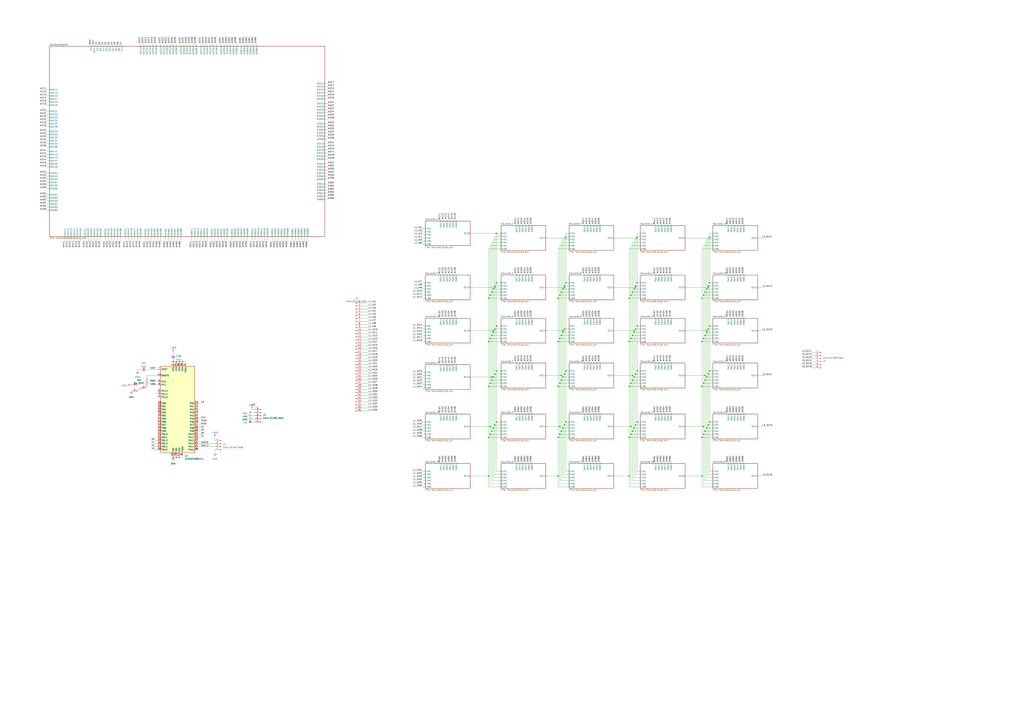
<source format=kicad_sch>
(kicad_sch (version 20221004) (generator eeschema)
  (paper "A1")
  (junction (at 461.01 308.61))
  (junction (at 402.59 356.87))
  (junction (at 519.43 275.59))
  (junction (at 463.55 270.51))
  (junction (at 580.39 309.88))
  (junction (at 147.32 375.92))
  (junction (at 405.13 351.79))
  (junction (at 518.16 350.52))
  (junction (at 406.4 307.34))
  (junction (at 142.24 297.18))
  (junction (at 459.74 356.87))
  (junction (at 577.85 314.96))
  (junction (at 406.4 349.25))
  (junction (at 407.67 346.71))
  (junction (at 403.86 275.59))
  (junction (at 580.39 237.49))
  (junction (at 582.93 267.97))
  (junction (at 406.4 236.22))
  (junction (at 521.97 307.34))
  (junction (at 459.74 350.52))
  (junction (at 581.66 349.25))
  (junction (at 462.28 273.05))
  (junction (at 464.82 195.58))
  (junction (at 144.78 375.92))
  (junction (at 402.59 242.57))
  (junction (at 401.32 317.5))
  (junction (at 459.74 314.96))
  (junction (at 519.43 312.42))
  (junction (at 581.66 270.51))
  (junction (at 458.47 280.67))
  (junction (at 464.82 232.41))
  (junction (at 518.16 314.96))
  (junction (at 147.32 297.18))
  (junction (at 576.58 391.16))
  (junction (at 401.32 359.41))
  (junction (at 520.7 271.78))
  (junction (at 577.85 350.52))
  (junction (at 516.89 280.67))
  (junction (at 579.12 275.59))
  (junction (at 582.93 346.71))
  (junction (at 464.82 304.8))
  (junction (at 523.24 304.8))
  (junction (at 458.47 359.41))
  (junction (at 407.67 267.97))
  (junction (at 458.47 391.16))
  (junction (at 406.4 234.95))
  (junction (at 582.93 304.8))
  (junction (at 582.93 195.58))
  (junction (at 516.89 391.16))
  (junction (at 576.58 359.41))
  (junction (at 463.55 234.95))
  (junction (at 521.97 270.51))
  (junction (at 149.86 297.18))
  (junction (at 401.32 245.11))
  (junction (at 461.01 275.59))
  (junction (at 580.39 351.79))
  (junction (at 516.89 359.41))
  (junction (at 458.47 245.11))
  (junction (at 405.13 271.78))
  (junction (at 580.39 273.05))
  (junction (at 516.89 245.11))
  (junction (at 405.13 273.05))
  (junction (at 401.32 280.67))
  (junction (at 461.01 240.03))
  (junction (at 403.86 309.88))
  (junction (at 459.74 278.13))
  (junction (at 142.24 375.92))
  (junction (at 461.01 354.33))
  (junction (at 516.89 317.5))
  (junction (at 406.4 270.51))
  (junction (at 519.43 308.61))
  (junction (at 407.67 304.8))
  (junction (at 403.86 240.03))
  (junction (at 144.78 297.18))
  (junction (at 464.82 346.71))
  (junction (at 520.7 237.49))
  (junction (at 405.13 237.49))
  (junction (at 577.85 356.87))
  (junction (at 403.86 354.33))
  (junction (at 518.16 356.87))
  (junction (at 581.66 236.22))
  (junction (at 577.85 278.13))
  (junction (at 462.28 237.49))
  (junction (at 581.66 234.95))
  (junction (at 402.59 314.96))
  (junction (at 576.58 245.11))
  (junction (at 519.43 240.03))
  (junction (at 521.97 234.95))
  (junction (at 462.28 351.79))
  (junction (at 402.59 350.52))
  (junction (at 462.28 309.88))
  (junction (at 463.55 307.34))
  (junction (at 521.97 349.25))
  (junction (at 523.24 346.71))
  (junction (at 463.55 349.25))
  (junction (at 403.86 312.42))
  (junction (at 518.16 242.57))
  (junction (at 407.67 191.77))
  (junction (at 458.47 317.5))
  (junction (at 523.24 195.58))
  (junction (at 518.16 278.13))
  (junction (at 462.28 271.78))
  (junction (at 581.66 307.34))
  (junction (at 580.39 271.78))
  (junction (at 520.7 309.88))
  (junction (at 523.24 232.41))
  (junction (at 576.58 317.5))
  (junction (at 523.24 267.97))
  (junction (at 582.93 232.41))
  (junction (at 579.12 354.33))
  (junction (at 402.59 278.13))
  (junction (at 520.7 351.79))
  (junction (at 401.32 391.16))
  (junction (at 407.67 232.41))
  (junction (at 463.55 236.22))
  (junction (at 519.43 354.33))
  (junction (at 459.74 242.57))
  (junction (at 579.12 312.42))
  (junction (at 579.12 308.61))
  (junction (at 461.01 312.42))
  (junction (at 579.12 240.03))
  (junction (at 521.97 236.22))
  (junction (at 405.13 309.88))
  (junction (at 520.7 273.05))
  (junction (at 577.85 242.57))
  (junction (at 576.58 280.67))
  (wire (pts (xy 85.09 36.83) (xy 85.09 38.1)))
  (wire (pts (xy 576.58 359.41) (xy 576.58 317.5)))
  (wire (pts (xy 266.7 111.76) (xy 269.24 111.76)))
  (wire (pts (xy 92.71 36.83) (xy 92.71 38.1)))
  (wire (pts (xy 38.1 118.11) (xy 40.64 118.11)))
  (wire (pts (xy 346.71 389.89) (xy 349.25 389.89)))
  (wire (pts (xy 562.61 195.58) (xy 582.93 195.58)))
  (wire (pts (xy 346.71 354.33) (xy 349.25 354.33)))
  (wire (pts (xy 459.74 314.96) (xy 467.36 314.96)))
  (wire (pts (xy 372.11 339.09) (xy 372.11 340.36)))
  (wire (pts (xy 266.7 147.32) (xy 269.24 147.32)))
  (wire (pts (xy 402.59 356.87) (xy 411.48 356.87)))
  (wire (pts (xy 518.16 201.93) (xy 518.16 242.57)))
  (wire (pts (xy 297.18 259.08) (xy 302.26 259.08)))
  (wire (pts (xy 175.26 35.56) (xy 175.26 38.1)))
  (wire (pts (xy 184.15 194.31) (xy 184.15 198.12)))
  (wire (pts (xy 462.28 271.78) (xy 462.28 273.05)))
  (wire (pts (xy 346.71 346.71) (xy 349.25 346.71)))
  (wire (pts (xy 577.85 278.13) (xy 585.47 278.13)))
  (wire (pts (xy 38.1 154.94) (xy 40.64 154.94)))
  (wire (pts (xy 490.22 184.15) (xy 490.22 185.42)))
  (wire (pts (xy 461.01 354.33) (xy 467.36 354.33)))
  (wire (pts (xy 242.57 194.31) (xy 242.57 198.12)))
  (wire (pts (xy 233.68 194.31) (xy 233.68 198.12)))
  (wire (pts (xy 149.86 297.18) (xy 147.32 297.18)))
  (wire (pts (xy 459.74 242.57) (xy 459.74 278.13)))
  (wire (pts (xy 462.28 351.79) (xy 462.28 392.43)))
  (wire (pts (xy 467.36 201.93) (xy 459.74 201.93)))
  (wire (pts (xy 207.01 346.71) (xy 209.55 346.71)))
  (wire (pts (xy 402.59 314.96) (xy 411.48 314.96)))
  (wire (pts (xy 266.7 142.24) (xy 269.24 142.24)))
  (wire (pts (xy 38.1 132.08) (xy 40.64 132.08)))
  (wire (pts (xy 519.43 275.59) (xy 525.78 275.59)))
  (wire (pts (xy 546.1 224.79) (xy 546.1 226.06)))
  (wire (pts (xy 129.54 308.61) (xy 120.65 308.61)))
  (wire (pts (xy 521.97 270.51) (xy 525.78 270.51)))
  (wire (pts (xy 521.97 307.34) (xy 525.78 307.34)))
  (wire (pts (xy 406.4 270.51) (xy 406.4 307.34)))
  (wire (pts (xy 576.58 245.11) (xy 576.58 204.47)))
  (wire (pts (xy 346.71 198.12) (xy 349.25 198.12)))
  (wire (pts (xy 162.56 367.03) (xy 176.53 367.03)))
  (wire (pts (xy 458.47 359.41) (xy 458.47 391.16)))
  (wire (pts (xy 482.6 224.79) (xy 482.6 226.06)))
  (wire (pts (xy 580.39 392.43) (xy 585.47 392.43)))
  (wire (pts (xy 346.71 316.23) (xy 349.25 316.23)))
  (wire (pts (xy 38.1 137.16) (xy 40.64 137.16)))
  (wire (pts (xy 538.48 224.79) (xy 538.48 226.06)))
  (wire (pts (xy 548.64 339.09) (xy 548.64 340.36)))
  (wire (pts (xy 519.43 275.59) (xy 519.43 308.61)))
  (wire (pts (xy 482.6 339.09) (xy 482.6 340.36)))
  (wire (pts (xy 346.71 267.97) (xy 349.25 267.97)))
  (wire (pts (xy 666.75 294.64) (xy 669.29 294.64)))
  (wire (pts (xy 576.58 245.11) (xy 585.47 245.11)))
  (wire (pts (xy 518.16 314.96) (xy 525.78 314.96)))
  (wire (pts (xy 462.28 309.88) (xy 462.28 351.79)))
  (wire (pts (xy 406.4 307.34) (xy 411.48 307.34)))
  (wire (pts (xy 579.12 354.33) (xy 585.47 354.33)))
  (wire (pts (xy 170.18 35.56) (xy 170.18 38.1)))
  (wire (pts (xy 38.1 104.14) (xy 40.64 104.14)))
  (wire (pts (xy 401.32 280.67) (xy 401.32 245.11)))
  (wire (pts (xy 525.78 201.93) (xy 518.16 201.93)))
  (wire (pts (xy 297.18 254) (xy 302.26 254)))
  (wire (pts (xy 38.1 73.66) (xy 40.64 73.66)))
  (wire (pts (xy 541.02 260.35) (xy 541.02 261.62)))
  (wire (pts (xy 297.18 320.04) (xy 302.26 320.04)))
  (wire (pts (xy 401.32 317.5) (xy 401.32 280.67)))
  (wire (pts (xy 598.17 184.15) (xy 598.17 185.42)))
  (wire (pts (xy 405.13 196.85) (xy 405.13 237.49)))
  (wire (pts (xy 543.56 339.09) (xy 543.56 340.36)))
  (wire (pts (xy 107.95 316.23) (xy 109.22 316.23)))
  (wire (pts (xy 580.39 273.05) (xy 585.47 273.05)))
  (wire (pts (xy 266.7 128.27) (xy 269.24 128.27)))
  (wire (pts (xy 402.59 278.13) (xy 411.48 278.13)))
  (wire (pts (xy 622.3 236.22) (xy 626.11 236.22)))
  (wire (pts (xy 520.7 196.85) (xy 520.7 237.49)))
  (wire (pts (xy 482.6 379.73) (xy 482.6 381)))
  (wire (pts (xy 622.3 391.16) (xy 626.11 391.16)))
  (wire (pts (xy 120.65 318.77) (xy 120.65 317.5)))
  (wire (pts (xy 405.13 351.79) (xy 411.48 351.79)))
  (wire (pts (xy 431.8 339.09) (xy 431.8 340.36)))
  (wire (pts (xy 605.79 260.35) (xy 605.79 261.62)))
  (wire (pts (xy 516.89 280.67) (xy 516.89 317.5)))
  (wire (pts (xy 406.4 236.22) (xy 406.4 270.51)))
  (wire (pts (xy 458.47 245.11) (xy 458.47 280.67)))
  (wire (pts (xy 297.18 299.72) (xy 302.26 299.72)))
  (wire (pts (xy 581.66 234.95) (xy 585.47 234.95)))
  (wire (pts (xy 346.71 270.51) (xy 349.25 270.51)))
  (wire (pts (xy 152.4 297.18) (xy 149.86 297.18)))
  (wire (pts (xy 297.18 312.42) (xy 302.26 312.42)))
  (wire (pts (xy 266.7 139.7) (xy 269.24 139.7)))
  (wire (pts (xy 492.76 184.15) (xy 492.76 185.42)))
  (wire (pts (xy 149.86 375.92) (xy 147.32 375.92)))
  (wire (pts (xy 74.93 36.83) (xy 74.93 38.1)))
  (wire (pts (xy 411.48 387.35) (xy 407.67 387.35)))
  (wire (pts (xy 207.01 339.09) (xy 209.55 339.09)))
  (wire (pts (xy 162.56 351.79) (xy 165.1 351.79)))
  (wire (pts (xy 576.58 280.67) (xy 576.58 245.11)))
  (wire (pts (xy 543.56 297.18) (xy 543.56 298.45)))
  (wire (pts (xy 458.47 204.47) (xy 458.47 245.11)))
  (wire (pts (xy 266.7 81.28) (xy 269.24 81.28)))
  (wire (pts (xy 582.93 387.35) (xy 585.47 387.35)))
  (wire (pts (xy 407.67 304.8) (xy 407.67 267.97)))
  (wire (pts (xy 523.24 346.71) (xy 523.24 387.35)))
  (wire (pts (xy 492.76 260.35) (xy 492.76 261.62)))
  (wire (pts (xy 576.58 204.47) (xy 585.47 204.47)))
  (wire (pts (xy 205.74 35.56) (xy 205.74 38.1)))
  (wire (pts (xy 38.1 107.95) (xy 40.64 107.95)))
  (wire (pts (xy 266.7 92.71) (xy 269.24 92.71)))
  (wire (pts (xy 581.66 236.22) (xy 581.66 270.51)))
  (wire (pts (xy 266.7 68.58) (xy 269.24 68.58)))
  (wire (pts (xy 156.21 35.56) (xy 156.21 38.1)))
  (wire (pts (xy 162.56 194.31) (xy 162.56 198.12)))
  (wire (pts (xy 585.47 194.31) (xy 581.66 194.31)))
  (wire (pts (xy 546.1 184.15) (xy 546.1 185.42)))
  (wire (pts (xy 461.01 312.42) (xy 461.01 354.33)))
  (wire (pts (xy 189.23 35.56) (xy 189.23 38.1)))
  (wire (pts (xy 463.55 234.95) (xy 467.36 234.95)))
  (wire (pts (xy 436.88 260.35) (xy 436.88 261.62)))
  (wire (pts (xy 226.06 194.31) (xy 226.06 198.12)))
  (wire (pts (xy 490.22 339.09) (xy 490.22 340.36)))
  (wire (pts (xy 608.33 339.09) (xy 608.33 340.36)))
  (wire (pts (xy 82.55 194.31) (xy 82.55 198.12)))
  (wire (pts (xy 598.17 224.79) (xy 598.17 226.06)))
  (wire (pts (xy 125.73 35.56) (xy 125.73 38.1)))
  (wire (pts (xy 401.32 400.05) (xy 401.32 391.16)))
  (wire (pts (xy 369.57 298.45) (xy 369.57 299.72)))
  (wire (pts (xy 386.08 236.22) (xy 406.4 236.22)))
  (wire (pts (xy 53.34 194.31) (xy 53.34 198.12)))
  (wire (pts (xy 144.78 298.45) (xy 144.78 297.18)))
  (wire (pts (xy 577.85 356.87) (xy 577.85 350.52)))
  (wire (pts (xy 448.31 236.22) (xy 463.55 236.22)))
  (wire (pts (xy 411.48 232.41) (xy 407.67 232.41)))
  (wire (pts (xy 582.93 195.58) (xy 582.93 232.41)))
  (wire (pts (xy 172.72 35.56) (xy 172.72 38.1)))
  (wire (pts (xy 127 369.57) (xy 129.54 369.57)))
  (wire (pts (xy 463.55 389.89) (xy 467.36 389.89)))
  (wire (pts (xy 519.43 312.42) (xy 519.43 354.33)))
  (wire (pts (xy 434.34 260.35) (xy 434.34 261.62)))
  (wire (pts (xy 297.18 297.18) (xy 302.26 297.18)))
  (wire (pts (xy 426.72 224.79) (xy 426.72 226.06)))
  (wire (pts (xy 121.92 194.31) (xy 121.92 198.12)))
  (wire (pts (xy 467.36 191.77) (xy 464.82 191.77)))
  (wire (pts (xy 429.26 224.79) (xy 429.26 226.06)))
  (wire (pts (xy 516.89 317.5) (xy 525.78 317.5)))
  (wire (pts (xy 123.19 35.56) (xy 123.19 38.1)))
  (wire (pts (xy 161.29 35.56) (xy 161.29 38.1)))
  (wire (pts (xy 401.32 204.47) (xy 411.48 204.47)))
  (wire (pts (xy 562.61 308.61) (xy 579.12 308.61)))
  (wire (pts (xy 38.1 93.98) (xy 40.64 93.98)))
  (wire (pts (xy 139.7 35.56) (xy 139.7 38.1)))
  (wire (pts (xy 461.01 240.03) (xy 467.36 240.03)))
  (wire (pts (xy 165.1 35.56) (xy 165.1 38.1)))
  (wire (pts (xy 562.61 391.16) (xy 576.58 391.16)))
  (wire (pts (xy 266.7 97.79) (xy 269.24 97.79)))
  (wire (pts (xy 519.43 240.03) (xy 519.43 275.59)))
  (wire (pts (xy 297.18 279.4) (xy 302.26 279.4)))
  (wire (pts (xy 55.88 194.31) (xy 55.88 198.12)))
  (wire (pts (xy 551.18 339.09) (xy 551.18 340.36)))
  (wire (pts (xy 297.18 307.34) (xy 302.26 307.34)))
  (wire (pts (xy 462.28 351.79) (xy 467.36 351.79)))
  (wire (pts (xy 38.1 160.02) (xy 40.64 160.02)))
  (wire (pts (xy 88.9 194.31) (xy 88.9 198.12)))
  (wire (pts (xy 405.13 271.78) (xy 405.13 273.05)))
  (wire (pts (xy 407.67 304.8) (xy 411.48 304.8)))
  (wire (pts (xy 195.58 194.31) (xy 195.58 198.12)))
  (wire (pts (xy 38.1 113.03) (xy 40.64 113.03)))
  (wire (pts (xy 581.66 270.51) (xy 581.66 307.34)))
  (wire (pts (xy 403.86 275.59) (xy 403.86 309.88)))
  (wire (pts (xy 405.13 237.49) (xy 405.13 271.78)))
  (wire (pts (xy 297.18 287.02) (xy 302.26 287.02)))
  (wire (pts (xy 144.78 35.56) (xy 144.78 38.1)))
  (wire (pts (xy 543.56 260.35) (xy 543.56 261.62)))
  (wire (pts (xy 504.19 308.61) (xy 519.43 308.61)))
  (wire (pts (xy 86.36 194.31) (xy 86.36 198.12)))
  (wire (pts (xy 605.79 224.79) (xy 605.79 226.06)))
  (wire (pts (xy 297.18 314.96) (xy 302.26 314.96)))
  (wire (pts (xy 297.18 274.32) (xy 302.26 274.32)))
  (wire (pts (xy 577.85 201.93) (xy 577.85 242.57)))
  (wire (pts (xy 142.24 374.65) (xy 142.24 375.92)))
  (wire (pts (xy 194.31 35.56) (xy 194.31 38.1)))
  (wire (pts (xy 401.32 317.5) (xy 411.48 317.5)))
  (wire (pts (xy 402.59 242.57) (xy 402.59 201.93)))
  (wire (pts (xy 132.08 194.31) (xy 132.08 198.12)))
  (wire (pts (xy 297.18 317.5) (xy 302.26 317.5)))
  (wire (pts (xy 622.3 195.58) (xy 626.11 195.58)))
  (wire (pts (xy 364.49 224.79) (xy 364.49 226.06)))
  (wire (pts (xy 372.11 260.35) (xy 372.11 261.62)))
  (wire (pts (xy 480.06 379.73) (xy 480.06 381)))
  (wire (pts (xy 124.46 194.31) (xy 124.46 198.12)))
  (wire (pts (xy 297.18 304.8) (xy 302.26 304.8)))
  (wire (pts (xy 467.36 196.85) (xy 462.28 196.85)))
  (wire (pts (xy 158.75 35.56) (xy 158.75 38.1)))
  (wire (pts (xy 346.71 349.25) (xy 349.25 349.25)))
  (wire (pts (xy 436.88 184.15) (xy 436.88 185.42)))
  (wire (pts (xy 346.71 237.49) (xy 349.25 237.49)))
  (wire (pts (xy 190.5 194.31) (xy 190.5 198.12)))
  (wire (pts (xy 580.39 309.88) (xy 580.39 351.79)))
  (wire (pts (xy 80.01 36.83) (xy 80.01 38.1)))
  (wire (pts (xy 38.1 81.28) (xy 40.64 81.28)))
  (wire (pts (xy 519.43 308.61) (xy 519.43 312.42)))
  (wire (pts (xy 369.57 379.73) (xy 369.57 381)))
  (wire (pts (xy 492.76 339.09) (xy 492.76 340.36)))
  (wire (pts (xy 426.72 339.09) (xy 426.72 340.36)))
  (wire (pts (xy 543.56 184.15) (xy 543.56 185.42)))
  (wire (pts (xy 581.66 389.89) (xy 585.47 389.89)))
  (wire (pts (xy 127 367.03) (xy 129.54 367.03)))
  (wire (pts (xy 38.1 170.18) (xy 40.64 170.18)))
  (wire (pts (xy 523.24 304.8) (xy 523.24 346.71)))
  (wire (pts (xy 200.66 35.56) (xy 200.66 38.1)))
  (wire (pts (xy 582.93 267.97) (xy 585.47 267.97)))
  (wire (pts (xy 142.24 289.56) (xy 142.24 290.83)))
  (wire (pts (xy 436.88 339.09) (xy 436.88 340.36)))
  (wire (pts (xy 464.82 195.58) (xy 464.82 232.41)))
  (wire (pts (xy 538.48 184.15) (xy 538.48 185.42)))
  (wire (pts (xy 541.02 184.15) (xy 541.02 185.42)))
  (wire (pts (xy 546.1 379.73) (xy 546.1 381)))
  (wire (pts (xy 519.43 199.39) (xy 519.43 240.03)))
  (wire (pts (xy 577.85 314.96) (xy 585.47 314.96)))
  (wire (pts (xy 504.19 391.16) (xy 516.89 391.16)))
  (wire (pts (xy 516.89 245.11) (xy 516.89 280.67)))
  (wire (pts (xy 149.86 298.45) (xy 149.86 297.18)))
  (wire (pts (xy 406.4 389.89) (xy 411.48 389.89)))
  (wire (pts (xy 143.51 194.31) (xy 143.51 198.12)))
  (wire (pts (xy 90.17 36.83) (xy 90.17 38.1)))
  (wire (pts (xy 401.32 359.41) (xy 401.32 317.5)))
  (wire (pts (xy 120.65 303.53) (xy 129.54 303.53)))
  (wire (pts (xy 100.33 36.83) (xy 100.33 38.1)))
  (wire (pts (xy 38.1 86.36) (xy 40.64 86.36)))
  (wire (pts (xy 266.7 95.25) (xy 269.24 95.25)))
  (wire (pts (xy 518.16 397.51) (xy 525.78 397.51)))
  (wire (pts (xy 403.86 240.03) (xy 411.48 240.03)))
  (wire (pts (xy 266.7 134.62) (xy 269.24 134.62)))
  (wire (pts (xy 622.3 271.78) (xy 626.11 271.78)))
  (wire (pts (xy 266.7 123.19) (xy 269.24 123.19)))
  (wire (pts (xy 266.7 120.65) (xy 269.24 120.65)))
  (wire (pts (xy 93.98 194.31) (xy 93.98 198.12)))
  (wire (pts (xy 458.47 317.5) (xy 467.36 317.5)))
  (wire (pts (xy 401.32 400.05) (xy 411.48 400.05)))
  (wire (pts (xy 266.7 161.29) (xy 269.24 161.29)))
  (wire (pts (xy 346.71 240.03) (xy 349.25 240.03)))
  (wire (pts (xy 297.18 269.24) (xy 302.26 269.24)))
  (wire (pts (xy 520.7 273.05) (xy 520.7 309.88)))
  (wire (pts (xy 523.24 232.41) (xy 523.24 267.97)))
  (wire (pts (xy 600.71 260.35) (xy 600.71 261.62)))
  (wire (pts (xy 548.64 224.79) (xy 548.64 226.06)))
  (wire (pts (xy 580.39 196.85) (xy 580.39 237.49)))
  (wire (pts (xy 38.1 147.32) (xy 40.64 147.32)))
  (wire (pts (xy 519.43 354.33) (xy 525.78 354.33)))
  (wire (pts (xy 346.71 234.95) (xy 349.25 234.95)))
  (wire (pts (xy 480.06 224.79) (xy 480.06 226.06)))
  (wire (pts (xy 38.1 78.74) (xy 40.64 78.74)))
  (wire (pts (xy 463.55 194.31) (xy 463.55 234.95)))
  (wire (pts (xy 346.71 400.05) (xy 349.25 400.05)))
  (wire (pts (xy 119.38 318.77) (xy 120.65 318.77)))
  (wire (pts (xy 541.02 339.09) (xy 541.02 340.36)))
  (wire (pts (xy 516.89 245.11) (xy 525.78 245.11)))
  (wire (pts (xy 464.82 232.41) (xy 464.82 304.8)))
  (wire (pts (xy 598.17 379.73) (xy 598.17 381)))
  (wire (pts (xy 576.58 280.67) (xy 585.47 280.67)))
  (wire (pts (xy 77.47 194.31) (xy 77.47 198.12)))
  (wire (pts (xy 551.18 224.79) (xy 551.18 226.06)))
  (wire (pts (xy 401.32 245.11) (xy 401.32 204.47)))
  (wire (pts (xy 405.13 273.05) (xy 405.13 309.88)))
  (wire (pts (xy 579.12 199.39) (xy 579.12 240.03)))
  (wire (pts (xy 346.71 387.35) (xy 349.25 387.35)))
  (wire (pts (xy 110.49 194.31) (xy 110.49 198.12)))
  (wire (pts (xy 431.8 224.79) (xy 431.8 226.06)))
  (wire (pts (xy 346.71 394.97) (xy 349.25 394.97)))
  (wire (pts (xy 266.7 137.16) (xy 269.24 137.16)))
  (wire (pts (xy 407.67 346.71) (xy 411.48 346.71)))
  (wire (pts (xy 403.86 275.59) (xy 411.48 275.59)))
  (wire (pts (xy 485.14 339.09) (xy 485.14 340.36)))
  (wire (pts (xy 434.34 184.15) (xy 434.34 185.42)))
  (wire (pts (xy 448.31 350.52) (xy 459.74 350.52)))
  (wire (pts (xy 38.1 99.06) (xy 40.64 99.06)))
  (wire (pts (xy 600.71 297.18) (xy 600.71 298.45)))
  (wire (pts (xy 520.7 309.88) (xy 525.78 309.88)))
  (wire (pts (xy 146.05 194.31) (xy 146.05 198.12)))
  (wire (pts (xy 490.22 260.35) (xy 490.22 261.62)))
  (wire (pts (xy 463.55 236.22) (xy 463.55 270.51)))
  (wire (pts (xy 464.82 387.35) (xy 467.36 387.35)))
  (wire (pts (xy 579.12 312.42) (xy 579.12 354.33)))
  (wire (pts (xy 138.43 194.31) (xy 138.43 198.12)))
  (wire (pts (xy 297.18 294.64) (xy 302.26 294.64)))
  (wire (pts (xy 297.18 289.56) (xy 302.26 289.56)))
  (wire (pts (xy 401.32 280.67) (xy 411.48 280.67)))
  (wire (pts (xy 80.01 194.31) (xy 80.01 198.12)))
  (wire (pts (xy 461.01 275.59) (xy 467.36 275.59)))
  (wire (pts (xy 113.03 303.53) (xy 113.03 304.8)))
  (wire (pts (xy 424.18 339.09) (xy 424.18 340.36)))
  (wire (pts (xy 610.87 260.35) (xy 610.87 261.62)))
  (wire (pts (xy 38.1 165.1) (xy 40.64 165.1)))
  (wire (pts (xy 407.67 191.77) (xy 411.48 191.77)))
  (wire (pts (xy 129.54 194.31) (xy 129.54 198.12)))
  (wire (pts (xy 585.47 191.77) (xy 582.93 191.77)))
  (wire (pts (xy 113.03 194.31) (xy 113.03 198.12)))
  (wire (pts (xy 132.08 35.56) (xy 132.08 38.1)))
  (wire (pts (xy 464.82 346.71) (xy 464.82 387.35)))
  (wire (pts (xy 148.59 35.56) (xy 148.59 38.1)))
  (wire (pts (xy 403.86 312.42) (xy 411.48 312.42)))
  (wire (pts (xy 548.64 260.35) (xy 548.64 261.62)))
  (wire (pts (xy 581.66 307.34) (xy 585.47 307.34)))
  (wire (pts (xy 364.49 339.09) (xy 364.49 340.36)))
  (wire (pts (xy 546.1 297.18) (xy 546.1 298.45)))
  (wire (pts (xy 405.13 351.79) (xy 405.13 392.43)))
  (wire (pts (xy 176.53 369.57) (xy 176.53 372.11)))
  (wire (pts (xy 480.06 339.09) (xy 480.06 340.36)))
  (wire (pts (xy 223.52 194.31) (xy 223.52 198.12)))
  (wire (pts (xy 38.1 115.57) (xy 40.64 115.57)))
  (wire (pts (xy 426.72 184.15) (xy 426.72 185.42)))
  (wire (pts (xy 200.66 194.31) (xy 200.66 198.12)))
  (wire (pts (xy 516.89 280.67) (xy 525.78 280.67)))
  (wire (pts (xy 434.34 297.18) (xy 434.34 298.45)))
  (wire (pts (xy 538.48 260.35) (xy 538.48 261.62)))
  (wire (pts (xy 581.66 349.25) (xy 581.66 389.89)))
  (wire (pts (xy 266.7 130.81) (xy 269.24 130.81)))
  (wire (pts (xy 458.47 245.11) (xy 467.36 245.11)))
  (wire (pts (xy 543.56 224.79) (xy 543.56 226.06)))
  (wire (pts (xy 585.47 199.39) (xy 579.12 199.39)))
  (wire (pts (xy 297.18 335.28) (xy 302.26 335.28)))
  (wire (pts (xy 411.48 267.97) (xy 407.67 267.97)))
  (wire (pts (xy 266.7 163.83) (xy 269.24 163.83)))
  (wire (pts (xy 372.11 180.34) (xy 372.11 181.61)))
  (wire (pts (xy 266.7 85.09) (xy 269.24 85.09)))
  (wire (pts (xy 518.16 314.96) (xy 518.16 350.52)))
  (wire (pts (xy 462.28 237.49) (xy 467.36 237.49)))
  (wire (pts (xy 600.71 184.15) (xy 600.71 185.42)))
  (wire (pts (xy 521.97 349.25) (xy 521.97 389.89)))
  (wire (pts (xy 179.07 194.31) (xy 179.07 198.12)))
  (wire (pts (xy 346.71 190.5) (xy 349.25 190.5)))
  (wire (pts (xy 153.67 35.56) (xy 153.67 38.1)))
  (wire (pts (xy 157.48 194.31) (xy 157.48 198.12)))
  (wire (pts (xy 346.71 359.41) (xy 349.25 359.41)))
  (wire (pts (xy 576.58 317.5) (xy 576.58 280.67)))
  (wire (pts (xy 203.2 35.56) (xy 203.2 38.1)))
  (wire (pts (xy 579.12 240.03) (xy 579.12 275.59)))
  (wire (pts (xy 406.4 349.25) (xy 411.48 349.25)))
  (wire (pts (xy 464.82 304.8) (xy 467.36 304.8)))
  (wire (pts (xy 543.56 379.73) (xy 543.56 381)))
  (wire (pts (xy 582.93 232.41) (xy 582.93 267.97)))
  (wire (pts (xy 605.79 339.09) (xy 605.79 340.36)))
  (wire (pts (xy 346.71 278.13) (xy 349.25 278.13)))
  (wire (pts (xy 214.63 194.31) (xy 214.63 198.12)))
  (wire (pts (xy 87.63 36.83) (xy 87.63 38.1)))
  (wire (pts (xy 367.03 180.34) (xy 367.03 181.61)))
  (wire (pts (xy 95.25 36.83) (xy 95.25 38.1)))
  (wire (pts (xy 459.74 201.93) (xy 459.74 242.57)))
  (wire (pts (xy 151.13 35.56) (xy 151.13 38.1)))
  (wire (pts (xy 240.03 194.31) (xy 240.03 198.12)))
  (wire (pts (xy 523.24 191.77) (xy 523.24 195.58)))
  (wire (pts (xy 424.18 224.79) (xy 424.18 226.06)))
  (wire (pts (xy 520.7 309.88) (xy 520.7 351.79)))
  (wire (pts (xy 461.01 394.97) (xy 467.36 394.97)))
  (wire (pts (xy 402.59 397.51) (xy 411.48 397.51)))
  (wire (pts (xy 458.47 359.41) (xy 467.36 359.41)))
  (wire (pts (xy 266.7 151.13) (xy 269.24 151.13)))
  (wire (pts (xy 581.66 234.95) (xy 581.66 236.22)))
  (wire (pts (xy 516.89 204.47) (xy 516.89 245.11)))
  (wire (pts (xy 598.17 339.09) (xy 598.17 340.36)))
  (wire (pts (xy 403.86 394.97) (xy 411.48 394.97)))
  (wire (pts (xy 297.18 327.66) (xy 302.26 327.66)))
  (wire (pts (xy 60.96 194.31) (xy 60.96 198.12)))
  (wire (pts (xy 181.61 35.56) (xy 181.61 38.1)))
  (wire (pts (xy 115.57 35.56) (xy 115.57 38.1)))
  (wire (pts (xy 402.59 201.93) (xy 411.48 201.93)))
  (wire (pts (xy 38.1 127) (xy 40.64 127)))
  (wire (pts (xy 579.12 240.03) (xy 585.47 240.03)))
  (wire (pts (xy 463.55 270.51) (xy 467.36 270.51)))
  (wire (pts (xy 431.8 184.15) (xy 431.8 185.42)))
  (wire (pts (xy 516.89 359.41) (xy 516.89 391.16)))
  (wire (pts (xy 459.74 356.87) (xy 459.74 397.51)))
  (wire (pts (xy 115.57 303.53) (xy 113.03 303.53)))
  (wire (pts (xy 463.55 270.51) (xy 463.55 307.34)))
  (wire (pts (xy 461.01 240.03) (xy 461.01 275.59)))
  (wire (pts (xy 364.49 298.45) (xy 364.49 299.72)))
  (wire (pts (xy 162.56 354.33) (xy 165.1 354.33)))
  (wire (pts (xy 458.47 391.16) (xy 458.47 400.05)))
  (wire (pts (xy 598.17 297.18) (xy 598.17 298.45)))
  (wire (pts (xy 459.74 314.96) (xy 459.74 350.52)))
  (wire (pts (xy 603.25 379.73) (xy 603.25 381)))
  (wire (pts (xy 516.89 317.5) (xy 516.89 359.41)))
  (wire (pts (xy 361.95 339.09) (xy 361.95 340.36)))
  (wire (pts (xy 434.34 379.73) (xy 434.34 381)))
  (wire (pts (xy 176.53 194.31) (xy 176.53 198.12)))
  (wire (pts (xy 346.71 187.96) (xy 349.25 187.96)))
  (wire (pts (xy 463.55 349.25) (xy 467.36 349.25)))
  (wire (pts (xy 346.71 245.11) (xy 349.25 245.11)))
  (wire (pts (xy 461.01 354.33) (xy 461.01 394.97)))
  (wire (pts (xy 462.28 196.85) (xy 462.28 237.49)))
  (wire (pts (xy 485.14 297.18) (xy 485.14 298.45)))
  (wire (pts (xy 492.76 224.79) (xy 492.76 226.06)))
  (wire (pts (xy 367.03 224.79) (xy 367.03 226.06)))
  (wire (pts (xy 403.86 240.03) (xy 403.86 275.59)))
  (wire (pts (xy 582.93 304.8) (xy 585.47 304.8)))
  (wire (pts (xy 538.48 297.18) (xy 538.48 298.45)))
  (wire (pts (xy 582.93 267.97) (xy 582.93 304.8)))
  (wire (pts (xy 405.13 392.43) (xy 411.48 392.43)))
  (wire (pts (xy 266.7 125.73) (xy 269.24 125.73)))
  (wire (pts (xy 579.12 275.59) (xy 585.47 275.59)))
  (wire (pts (xy 38.1 76.2) (xy 40.64 76.2)))
  (wire (pts (xy 411.48 194.31) (xy 406.4 194.31)))
  (wire (pts (xy 467.36 204.47) (xy 458.47 204.47)))
  (wire (pts (xy 69.85 194.31) (xy 69.85 198.12)))
  (wire (pts (xy 406.4 234.95) (xy 406.4 236.22)))
  (wire (pts (xy 434.34 224.79) (xy 434.34 226.06)))
  (wire (pts (xy 459.74 397.51) (xy 467.36 397.51)))
  (wire (pts (xy 266.7 156.21) (xy 269.24 156.21)))
  (wire (pts (xy 603.25 260.35) (xy 603.25 261.62)))
  (wire (pts (xy 541.02 297.18) (xy 541.02 298.45)))
  (wire (pts (xy 521.97 236.22) (xy 521.97 270.51)))
  (wire (pts (xy 579.12 312.42) (xy 585.47 312.42)))
  (wire (pts (xy 208.28 35.56) (xy 208.28 38.1)))
  (wire (pts (xy 38.1 172.72) (xy 40.64 172.72)))
  (wire (pts (xy 406.4 270.51) (xy 411.48 270.51)))
  (wire (pts (xy 577.85 242.57) (xy 577.85 278.13)))
  (wire (pts (xy 266.7 104.14) (xy 269.24 104.14)))
  (wire (pts (xy 521.97 194.31) (xy 521.97 234.95)))
  (wire (pts (xy 119.38 194.31) (xy 119.38 198.12)))
  (wire (pts (xy 576.58 391.16) (xy 576.58 359.41)))
  (wire (pts (xy 523.24 195.58) (xy 523.24 232.41)))
  (wire (pts (xy 426.72 260.35) (xy 426.72 261.62)))
  (wire (pts (xy 346.71 313.69) (xy 349.25 313.69)))
  (wire (pts (xy 610.87 379.73) (xy 610.87 381)))
  (wire (pts (xy 369.57 180.34) (xy 369.57 181.61)))
  (wire (pts (xy 38.1 83.82) (xy 40.64 83.82)))
  (wire (pts (xy 518.16 356.87) (xy 525.78 356.87)))
  (wire (pts (xy 518.16 242.57) (xy 525.78 242.57)))
  (wire (pts (xy 99.06 194.31) (xy 99.06 198.12)))
  (wire (pts (xy 448.31 271.78) (xy 462.28 271.78)))
  (wire (pts (xy 82.55 36.83) (xy 82.55 38.1)))
  (wire (pts (xy 217.17 194.31) (xy 217.17 198.12)))
  (wire (pts (xy 459.74 350.52) (xy 459.74 356.87)))
  (wire (pts (xy 297.18 261.62) (xy 302.26 261.62)))
  (wire (pts (xy 518.16 278.13) (xy 525.78 278.13)))
  (wire (pts (xy 520.7 237.49) (xy 525.78 237.49)))
  (wire (pts (xy 581.66 270.51) (xy 585.47 270.51)))
  (wire (pts (xy 147.32 375.92) (xy 144.78 375.92)))
  (wire (pts (xy 346.71 306.07) (xy 349.25 306.07)))
  (wire (pts (xy 403.86 312.42) (xy 403.86 354.33)))
  (wire (pts (xy 666.75 302.26) (xy 669.29 302.26)))
  (wire (pts (xy 485.14 224.79) (xy 485.14 226.06)))
  (wire (pts (xy 407.67 387.35) (xy 407.67 346.71)))
  (wire (pts (xy 485.14 184.15) (xy 485.14 185.42)))
  (wire (pts (xy 152.4 298.45) (xy 152.4 297.18)))
  (wire (pts (xy 74.93 194.31) (xy 74.93 198.12)))
  (wire (pts (xy 666.75 292.1) (xy 669.29 292.1)))
  (wire (pts (xy 402.59 397.51) (xy 402.59 356.87)))
  (wire (pts (xy 107.95 321.31) (xy 109.22 321.31)))
  (wire (pts (xy 464.82 232.41) (xy 467.36 232.41)))
  (wire (pts (xy 521.97 349.25) (xy 525.78 349.25)))
  (wire (pts (xy 525.78 196.85) (xy 520.7 196.85)))
  (wire (pts (xy 436.88 297.18) (xy 436.88 298.45)))
  (wire (pts (xy 346.71 392.43) (xy 349.25 392.43)))
  (wire (pts (xy 297.18 325.12) (xy 302.26 325.12)))
  (wire (pts (xy 608.33 224.79) (xy 608.33 226.06)))
  (wire (pts (xy 165.1 194.31) (xy 165.1 198.12)))
  (wire (pts (xy 144.78 297.18) (xy 142.24 297.18)))
  (wire (pts (xy 402.59 356.87) (xy 402.59 350.52)))
  (wire (pts (xy 367.03 298.45) (xy 367.03 299.72)))
  (wire (pts (xy 374.65 298.45) (xy 374.65 299.72)))
  (wire (pts (xy 176.53 359.41) (xy 176.53 361.95)))
  (wire (pts (xy 436.88 224.79) (xy 436.88 226.06)))
  (wire (pts (xy 297.18 337.82) (xy 302.26 337.82)))
  (wire (pts (xy 482.6 184.15) (xy 482.6 185.42)))
  (wire (pts (xy 424.18 184.15) (xy 424.18 185.42)))
  (wire (pts (xy 577.85 397.51) (xy 577.85 356.87)))
  (wire (pts (xy 538.48 379.73) (xy 538.48 381)))
  (wire (pts (xy 426.72 379.73) (xy 426.72 381)))
  (wire (pts (xy 504.19 350.52) (xy 518.16 350.52)))
  (wire (pts (xy 372.11 298.45) (xy 372.11 299.72)))
  (wire (pts (xy 600.71 379.73) (xy 600.71 381)))
  (wire (pts (xy 228.6 194.31) (xy 228.6 198.12)))
  (wire (pts (xy 367.03 339.09) (xy 367.03 340.36)))
  (wire (pts (xy 97.79 36.83) (xy 97.79 38.1)))
  (wire (pts (xy 372.11 224.79) (xy 372.11 226.06)))
  (wire (pts (xy 520.7 271.78) (xy 520.7 273.05)))
  (wire (pts (xy 142.24 295.91) (xy 142.24 297.18)))
  (wire (pts (xy 610.87 297.18) (xy 610.87 298.45)))
  (wire (pts (xy 581.66 194.31) (xy 581.66 234.95)))
  (wire (pts (xy 346.71 242.57) (xy 349.25 242.57)))
  (wire (pts (xy 492.76 297.18) (xy 492.76 298.45)))
  (wire (pts (xy 386.08 271.78) (xy 405.13 271.78)))
  (wire (pts (xy 401.32 391.16) (xy 401.32 359.41)))
  (wire (pts (xy 402.59 314.96) (xy 402.59 278.13)))
  (wire (pts (xy 582.93 232.41) (xy 585.47 232.41)))
  (wire (pts (xy 518.16 350.52) (xy 518.16 356.87)))
  (wire (pts (xy 610.87 224.79) (xy 610.87 226.06)))
  (wire (pts (xy 605.79 379.73) (xy 605.79 381)))
  (wire (pts (xy 548.64 184.15) (xy 548.64 185.42)))
  (wire (pts (xy 519.43 240.03) (xy 525.78 240.03)))
  (wire (pts (xy 600.71 224.79) (xy 600.71 226.06)))
  (wire (pts (xy 605.79 297.18) (xy 605.79 298.45)))
  (wire (pts (xy 147.32 297.18) (xy 144.78 297.18)))
  (wire (pts (xy 429.26 184.15) (xy 429.26 185.42)))
  (wire (pts (xy 579.12 354.33) (xy 579.12 394.97)))
  (wire (pts (xy 610.87 184.15) (xy 610.87 185.42)))
  (wire (pts (xy 490.22 379.73) (xy 490.22 381)))
  (wire (pts (xy 135.89 194.31) (xy 135.89 198.12)))
  (wire (pts (xy 406.4 349.25) (xy 406.4 389.89)))
  (wire (pts (xy 162.56 331.47) (xy 165.1 331.47)))
  (wire (pts (xy 162.56 346.71) (xy 165.1 346.71)))
  (wire (pts (xy 266.7 109.22) (xy 269.24 109.22)))
  (wire (pts (xy 186.69 35.56) (xy 186.69 38.1)))
  (wire (pts (xy 346.71 397.51) (xy 349.25 397.51)))
  (wire (pts (xy 525.78 199.39) (xy 519.43 199.39)))
  (wire (pts (xy 541.02 379.73) (xy 541.02 381)))
  (wire (pts (xy 346.71 273.05) (xy 349.25 273.05)))
  (wire (pts (xy 424.18 297.18) (xy 424.18 298.45)))
  (wire (pts (xy 402.59 350.52) (xy 402.59 314.96)))
  (wire (pts (xy 603.25 339.09) (xy 603.25 340.36)))
  (wire (pts (xy 541.02 224.79) (xy 541.02 226.06)))
  (wire (pts (xy 167.64 194.31) (xy 167.64 198.12)))
  (wire (pts (xy 518.16 356.87) (xy 518.16 397.51)))
  (wire (pts (xy 492.76 379.73) (xy 492.76 381)))
  (wire (pts (xy 485.14 379.73) (xy 485.14 381)))
  (wire (pts (xy 608.33 297.18) (xy 608.33 298.45)))
  (wire (pts (xy 369.57 339.09) (xy 369.57 340.36)))
  (wire (pts (xy 518.16 278.13) (xy 518.16 314.96)))
  (wire (pts (xy 577.85 350.52) (xy 562.61 350.52)))
  (wire (pts (xy 162.56 356.87) (xy 165.1 356.87)))
  (wire (pts (xy 580.39 351.79) (xy 585.47 351.79)))
  (wire (pts (xy 72.39 194.31) (xy 72.39 198.12)))
  (wire (pts (xy 482.6 260.35) (xy 482.6 261.62)))
  (wire (pts (xy 487.68 224.79) (xy 487.68 226.06)))
  (wire (pts (xy 405.13 237.49) (xy 411.48 237.49)))
  (wire (pts (xy 38.1 144.78) (xy 40.64 144.78)))
  (wire (pts (xy 462.28 273.05) (xy 467.36 273.05)))
  (wire (pts (xy 144.78 375.92) (xy 142.24 375.92)))
  (wire (pts (xy 431.8 297.18) (xy 431.8 298.45)))
  (wire (pts (xy 520.7 237.49) (xy 520.7 271.78)))
  (wire (pts (xy 562.61 236.22) (xy 581.66 236.22)))
  (wire (pts (xy 622.3 350.52) (xy 626.11 350.52)))
  (wire (pts (xy 523.24 346.71) (xy 525.78 346.71)))
  (wire (pts (xy 297.18 330.2) (xy 302.26 330.2)))
  (wire (pts (xy 458.47 280.67) (xy 458.47 317.5)))
  (wire (pts (xy 516.89 400.05) (xy 525.78 400.05)))
  (wire (pts (xy 424.18 379.73) (xy 424.18 381)))
  (wire (pts (xy 480.06 184.15) (xy 480.06 185.42)))
  (wire (pts (xy 577.85 242.57) (xy 585.47 242.57)))
  (wire (pts (xy 520.7 351.79) (xy 520.7 392.43)))
  (wire (pts (xy 429.26 379.73) (xy 429.26 381)))
  (wire (pts (xy 521.97 270.51) (xy 521.97 307.34)))
  (wire (pts (xy 576.58 359.41) (xy 585.47 359.41)))
  (wire (pts (xy 519.43 354.33) (xy 519.43 394.97)))
  (wire (pts (xy 181.61 194.31) (xy 181.61 198.12)))
  (wire (pts (xy 525.78 191.77) (xy 523.24 191.77)))
  (wire (pts (xy 462.28 392.43) (xy 467.36 392.43)))
  (wire (pts (xy 585.47 397.51) (xy 577.85 397.51)))
  (wire (pts (xy 236.22 194.31) (xy 236.22 198.12)))
  (wire (pts (xy 521.97 234.95) (xy 525.78 234.95)))
  (wire (pts (xy 144.78 374.65) (xy 144.78 375.92)))
  (wire (pts (xy 346.71 318.77) (xy 349.25 318.77)))
  (wire (pts (xy 297.18 292.1) (xy 302.26 292.1)))
  (wire (pts (xy 487.68 260.35) (xy 487.68 261.62)))
  (wire (pts (xy 120.65 308.61) (xy 120.65 309.88)))
  (wire (pts (xy 147.32 298.45) (xy 147.32 297.18)))
  (wire (pts (xy 521.97 389.89) (xy 525.78 389.89)))
  (wire (pts (xy 367.03 260.35) (xy 367.03 261.62)))
  (wire (pts (xy 461.01 199.39) (xy 461.01 240.03)))
  (wire (pts (xy 431.8 260.35) (xy 431.8 261.62)))
  (wire (pts (xy 551.18 379.73) (xy 551.18 381)))
  (wire (pts (xy 519.43 312.42) (xy 525.78 312.42)))
  (wire (pts (xy 212.09 194.31) (xy 212.09 198.12)))
  (wire (pts (xy 198.12 35.56) (xy 198.12 38.1)))
  (wire (pts (xy 364.49 260.35) (xy 364.49 261.62)))
  (wire (pts (xy 405.13 309.88) (xy 411.48 309.88)))
  (wire (pts (xy 577.85 356.87) (xy 585.47 356.87)))
  (wire (pts (xy 127 364.49) (xy 129.54 364.49)))
  (wire (pts (xy 266.7 71.12) (xy 269.24 71.12)))
  (wire (pts (xy 459.74 356.87) (xy 467.36 356.87)))
  (wire (pts (xy 297.18 284.48) (xy 302.26 284.48)))
  (wire (pts (xy 266.7 101.6) (xy 269.24 101.6)))
  (wire (pts (xy 38.1 101.6) (xy 40.64 101.6)))
  (wire (pts (xy 38.1 162.56) (xy 40.64 162.56)))
  (wire (pts (xy 579.12 308.61) (xy 579.12 312.42)))
  (wire (pts (xy 38.1 120.65) (xy 40.64 120.65)))
  (wire (pts (xy 525.78 194.31) (xy 521.97 194.31)))
  (wire (pts (xy 580.39 309.88) (xy 585.47 309.88)))
  (wire (pts (xy 361.95 260.35) (xy 361.95 261.62)))
  (wire (pts (xy 266.7 118.11) (xy 269.24 118.11)))
  (wire (pts (xy 520.7 392.43) (xy 525.78 392.43)))
  (wire (pts (xy 485.14 260.35) (xy 485.14 261.62)))
  (wire (pts (xy 266.7 73.66) (xy 269.24 73.66)))
  (wire (pts (xy 487.68 297.18) (xy 487.68 298.45)))
  (wire (pts (xy 364.49 180.34) (xy 364.49 181.61)))
  (wire (pts (xy 38.1 152.4) (xy 40.64 152.4)))
  (wire (pts (xy 546.1 339.09) (xy 546.1 340.36)))
  (wire (pts (xy 374.65 224.79) (xy 374.65 226.06)))
  (wire (pts (xy 405.13 273.05) (xy 411.48 273.05)))
  (wire (pts (xy 520.7 351.79) (xy 525.78 351.79)))
  (wire (pts (xy 603.25 184.15) (xy 603.25 185.42)))
  (wire (pts (xy 118.11 35.56) (xy 118.11 38.1)))
  (wire (pts (xy 162.56 344.17) (xy 165.1 344.17)))
  (wire (pts (xy 66.04 194.31) (xy 66.04 198.12)))
  (wire (pts (xy 297.18 302.26) (xy 302.26 302.26)))
  (wire (pts (xy 504.19 271.78) (xy 520.7 271.78)))
  (wire (pts (xy 198.12 194.31) (xy 198.12 198.12)))
  (wire (pts (xy 582.93 191.77) (xy 582.93 195.58)))
  (wire (pts (xy 134.62 35.56) (xy 134.62 38.1)))
  (wire (pts (xy 523.24 232.41) (xy 525.78 232.41)))
  (wire (pts (xy 38.1 142.24) (xy 40.64 142.24)))
  (wire (pts (xy 487.68 184.15) (xy 487.68 185.42)))
  (wire (pts (xy 167.64 35.56) (xy 167.64 38.1)))
  (wire (pts (xy 516.89 359.41) (xy 525.78 359.41)))
  (wire (pts (xy 142.24 297.18) (xy 142.24 298.45)))
  (wire (pts (xy 247.65 194.31) (xy 247.65 198.12)))
  (wire (pts (xy 346.71 200.66) (xy 349.25 200.66)))
  (wire (pts (xy 551.18 260.35) (xy 551.18 261.62)))
  (wire (pts (xy 448.31 195.58) (xy 464.82 195.58)))
  (wire (pts (xy 252.73 194.31) (xy 252.73 198.12)))
  (wire (pts (xy 250.19 194.31) (xy 250.19 198.12)))
  (wire (pts (xy 521.97 307.34) (xy 521.97 349.25)))
  (wire (pts (xy 386.08 191.77) (xy 407.67 191.77)))
  (wire (pts (xy 603.25 224.79) (xy 603.25 226.06)))
  (wire (pts (xy 372.11 379.73) (xy 372.11 381)))
  (wire (pts (xy 173.99 194.31) (xy 173.99 198.12)))
  (wire (pts (xy 77.47 36.83) (xy 77.47 38.1)))
  (wire (pts (xy 480.06 260.35) (xy 480.06 261.62)))
  (wire (pts (xy 580.39 237.49) (xy 580.39 271.78)))
  (wire (pts (xy 266.7 106.68) (xy 269.24 106.68)))
  (wire (pts (xy 490.22 224.79) (xy 490.22 226.06)))
  (wire (pts (xy 458.47 317.5) (xy 458.47 359.41)))
  (wire (pts (xy 461.01 308.61) (xy 461.01 312.42)))
  (wire (pts (xy 386.08 309.88) (xy 403.86 309.88)))
  (wire (pts (xy 160.02 194.31) (xy 160.02 198.12)))
  (wire (pts (xy 605.79 184.15) (xy 605.79 185.42)))
  (wire (pts (xy 346.71 356.87) (xy 349.25 356.87)))
  (wire (pts (xy 346.71 311.15) (xy 349.25 311.15)))
  (wire (pts (xy 386.08 350.52) (xy 402.59 350.52)))
  (wire (pts (xy 579.12 275.59) (xy 579.12 308.61)))
  (wire (pts (xy 464.82 304.8) (xy 464.82 346.71)))
  (wire (pts (xy 461.01 312.42) (xy 467.36 312.42)))
  (wire (pts (xy 666.75 297.18) (xy 669.29 297.18)))
  (wire (pts (xy 525.78 204.47) (xy 516.89 204.47)))
  (wire (pts (xy 38.1 149.86) (xy 40.64 149.86)))
  (wire (pts (xy 504.19 195.58) (xy 523.24 195.58)))
  (wire (pts (xy 463.55 234.95) (xy 463.55 236.22)))
  (wire (pts (xy 548.64 297.18) (xy 548.64 298.45)))
  (wire (pts (xy 374.65 339.09) (xy 374.65 340.36)))
  (wire (pts (xy 577.85 314.96) (xy 577.85 350.52)))
  (wire (pts (xy 622.3 308.61) (xy 626.11 308.61)))
  (wire (pts (xy 297.18 248.92) (xy 302.26 248.92)))
  (wire (pts (xy 374.65 180.34) (xy 374.65 181.61)))
  (wire (pts (xy 464.82 191.77) (xy 464.82 195.58)))
  (wire (pts (xy 518.16 242.57) (xy 518.16 278.13)))
  (wire (pts (xy 403.86 309.88) (xy 403.86 312.42)))
  (wire (pts (xy 463.55 349.25) (xy 463.55 389.89)))
  (wire (pts (xy 266.7 158.75) (xy 269.24 158.75)))
  (wire (pts (xy 666.75 299.72) (xy 669.29 299.72)))
  (wire (pts (xy 610.87 339.09) (xy 610.87 340.36)))
  (wire (pts (xy 407.67 346.71) (xy 407.67 304.8)))
  (wire (pts (xy 582.93 304.8) (xy 582.93 346.71)))
  (wire (pts (xy 519.43 394.97) (xy 525.78 394.97)))
  (wire (pts (xy 193.04 194.31) (xy 193.04 198.12)))
  (wire (pts (xy 600.71 339.09) (xy 600.71 340.36)))
  (wire (pts (xy 608.33 260.35) (xy 608.33 261.62)))
  (wire (pts (xy 580.39 273.05) (xy 580.39 309.88)))
  (wire (pts (xy 297.18 332.74) (xy 302.26 332.74)))
  (wire (pts (xy 480.06 297.18) (xy 480.06 298.45)))
  (wire (pts (xy 523.24 267.97) (xy 525.78 267.97)))
  (wire (pts (xy 266.7 87.63) (xy 269.24 87.63)))
  (wire (pts (xy 369.57 224.79) (xy 369.57 226.06)))
  (wire (pts (xy 38.1 167.64) (xy 40.64 167.64)))
  (wire (pts (xy 186.69 194.31) (xy 186.69 198.12)))
  (wire (pts (xy 581.66 349.25) (xy 585.47 349.25)))
  (wire (pts (xy 521.97 234.95) (xy 521.97 236.22)))
  (wire (pts (xy 580.39 271.78) (xy 580.39 273.05)))
  (wire (pts (xy 219.71 194.31) (xy 219.71 198.12)))
  (wire (pts (xy 581.66 307.34) (xy 581.66 349.25)))
  (wire (pts (xy 463.55 307.34) (xy 463.55 349.25)))
  (wire (pts (xy 148.59 194.31) (xy 148.59 198.12)))
  (wire (pts (xy 523.24 387.35) (xy 525.78 387.35)))
  (wire (pts (xy 297.18 251.46) (xy 302.26 251.46)))
  (wire (pts (xy 608.33 184.15) (xy 608.33 185.42)))
  (wire (pts (xy 523.24 267.97) (xy 523.24 304.8)))
  (wire (pts (xy 402.59 242.57) (xy 411.48 242.57)))
  (wire (pts (xy 406.4 194.31) (xy 406.4 234.95)))
  (wire (pts (xy 434.34 339.09) (xy 434.34 340.36)))
  (wire (pts (xy 184.15 35.56) (xy 184.15 38.1)))
  (wire (pts (xy 406.4 307.34) (xy 406.4 349.25)))
  (wire (pts (xy 58.42 194.31) (xy 58.42 198.12)))
  (wire (pts (xy 177.8 35.56) (xy 177.8 38.1)))
  (wire (pts (xy 424.18 260.35) (xy 424.18 261.62)))
  (wire (pts (xy 426.72 297.18) (xy 426.72 298.45)))
  (wire (pts (xy 459.74 242.57) (xy 467.36 242.57)))
  (wire (pts (xy 147.32 374.65) (xy 147.32 375.92)))
  (wire (pts (xy 407.67 267.97) (xy 407.67 232.41)))
  (wire (pts (xy 585.47 400.05) (xy 576.58 400.05)))
  (wire (pts (xy 406.4 234.95) (xy 411.48 234.95)))
  (wire (pts (xy 245.11 194.31) (xy 245.11 198.12)))
  (wire (pts (xy 462.28 237.49) (xy 462.28 271.78)))
  (wire (pts (xy 297.18 309.88) (xy 302.26 309.88)))
  (wire (pts (xy 461.01 275.59) (xy 461.01 308.61)))
  (wire (pts (xy 551.18 184.15) (xy 551.18 185.42)))
  (wire (pts (xy 96.52 194.31) (xy 96.52 198.12)))
  (wire (pts (xy 482.6 297.18) (xy 482.6 298.45)))
  (wire (pts (xy 374.65 379.73) (xy 374.65 381)))
  (wire (pts (xy 63.5 194.31) (xy 63.5 198.12)))
  (wire (pts (xy 598.17 260.35) (xy 598.17 261.62)))
  (wire (pts (xy 431.8 379.73) (xy 431.8 381)))
  (wire (pts (xy 207.01 344.17) (xy 209.55 344.17)))
  (wire (pts (xy 374.65 260.35) (xy 374.65 261.62)))
  (wire (pts (xy 346.71 351.79) (xy 349.25 351.79)))
  (wire (pts (xy 546.1 260.35) (xy 546.1 261.62)))
  (wire (pts (xy 551.18 297.18) (xy 551.18 298.45)))
  (wire (pts (xy 107.95 194.31) (xy 107.95 198.12)))
  (wire (pts (xy 162.56 349.25) (xy 165.1 349.25)))
  (wire (pts (xy 142.24 35.56) (xy 142.24 38.1)))
  (wire (pts (xy 608.33 379.73) (xy 608.33 381)))
  (wire (pts (xy 429.26 339.09) (xy 429.26 340.36)))
  (wire (pts (xy 407.67 232.41) (xy 407.67 191.77)))
  (wire (pts (xy 458.47 400.05) (xy 467.36 400.05)))
  (wire (pts (xy 403.86 354.33) (xy 411.48 354.33)))
  (wire (pts (xy 386.08 391.16) (xy 401.32 391.16)))
  (wire (pts (xy 464.82 346.71) (xy 467.36 346.71)))
  (wire (pts (xy 207.01 336.55) (xy 209.55 336.55)))
  (wire (pts (xy 548.64 379.73) (xy 548.64 381)))
  (wire (pts (xy 579.12 394.97) (xy 585.47 394.97)))
  (wire (pts (xy 38.1 124.46) (xy 40.64 124.46)))
  (wire (pts (xy 266.7 144.78) (xy 269.24 144.78)))
  (wire (pts (xy 487.68 379.73) (xy 487.68 381)))
  (wire (pts (xy 585.47 201.93) (xy 577.85 201.93)))
  (wire (pts (xy 436.88 379.73) (xy 436.88 381)))
  (wire (pts (xy 346.71 195.58) (xy 349.25 195.58)))
  (wire (pts (xy 538.48 339.09) (xy 538.48 340.36)))
  (wire (pts (xy 210.82 35.56) (xy 210.82 38.1)))
  (wire (pts (xy 266.7 76.2) (xy 269.24 76.2)))
  (wire (pts (xy 364.49 379.73) (xy 364.49 381)))
  (wire (pts (xy 149.86 374.65) (xy 149.86 375.92)))
  (wire (pts (xy 462.28 273.05) (xy 462.28 309.88)))
  (wire (pts (xy 137.16 35.56) (xy 137.16 38.1)))
  (wire (pts (xy 467.36 199.39) (xy 461.01 199.39)))
  (wire (pts (xy 369.57 260.35) (xy 369.57 261.62)))
  (wire (pts (xy 38.1 134.62) (xy 40.64 134.62)))
  (wire (pts (xy 403.86 354.33) (xy 403.86 394.97)))
  (wire (pts (xy 411.48 196.85) (xy 405.13 196.85)))
  (wire (pts (xy 523.24 304.8) (xy 525.78 304.8)))
  (wire (pts (xy 361.95 379.73) (xy 361.95 381)))
  (wire (pts (xy 429.26 297.18) (xy 429.26 298.45)))
  (wire (pts (xy 297.18 322.58) (xy 302.26 322.58)))
  (wire (pts (xy 170.18 194.31) (xy 170.18 198.12)))
  (wire (pts (xy 297.18 256.54) (xy 302.26 256.54)))
  (wire (pts (xy 105.41 194.31) (xy 105.41 198.12)))
  (wire (pts (xy 576.58 400.05) (xy 576.58 391.16)))
  (wire (pts (xy 38.1 96.52) (xy 40.64 96.52)))
  (wire (pts (xy 297.18 271.78) (xy 302.26 271.78)))
  (wire (pts (xy 458.47 280.67) (xy 467.36 280.67)))
  (wire (pts (xy 603.25 297.18) (xy 603.25 298.45)))
  (wire (pts (xy 577.85 278.13) (xy 577.85 314.96)))
  (wire (pts (xy 346.71 280.67) (xy 349.25 280.67)))
  (wire (pts (xy 162.56 364.49) (xy 176.53 364.49)))
  (wire (pts (xy 266.7 90.17) (xy 269.24 90.17)))
  (wire (pts (xy 207.01 341.63) (xy 209.55 341.63)))
  (wire (pts (xy 580.39 237.49) (xy 585.47 237.49)))
  (wire (pts (xy 401.32 359.41) (xy 411.48 359.41)))
  (wire (pts (xy 582.93 346.71) (xy 585.47 346.71)))
  (wire (pts (xy 231.14 194.31) (xy 231.14 198.12)))
  (wire (pts (xy 91.44 194.31) (xy 91.44 198.12)))
  (wire (pts (xy 266.7 153.67) (xy 269.24 153.67)))
  (wire (pts (xy 140.97 194.31) (xy 140.97 198.12)))
  (wire (pts (xy 191.77 35.56) (xy 191.77 38.1)))
  (wire (pts (xy 463.55 307.34) (xy 467.36 307.34)))
  (wire (pts (xy 576.58 317.5) (xy 585.47 317.5)))
  (wire (pts (xy 429.26 260.35) (xy 429.26 261.62)))
  (wire (pts (xy 120.65 35.56) (xy 120.65 38.1)))
  (wire (pts (xy 209.55 194.31) (xy 209.55 198.12)))
  (wire (pts (xy 38.1 110.49) (xy 40.64 110.49)))
  (wire (pts (xy 580.39 351.79) (xy 580.39 392.43)))
  (wire (pts (xy 346.71 232.41) (xy 349.25 232.41)))
  (wire (pts (xy 367.03 379.73) (xy 367.03 381)))
  (wire (pts (xy 504.19 236.22) (xy 521.97 236.22)))
  (wire (pts (xy 266.7 114.3) (xy 269.24 114.3)))
  (wire (pts (xy 403.86 199.39) (xy 403.86 240.03)))
  (wire (pts (xy 127 361.95) (xy 129.54 361.95)))
  (wire (pts (xy 203.2 194.31) (xy 203.2 198.12)))
  (wire (pts (xy 207.01 194.31) (xy 207.01 198.12)))
  (wire (pts (xy 361.95 180.34) (xy 361.95 181.61)))
  (wire (pts (xy 102.87 194.31) (xy 102.87 198.12)))
  (wire (pts (xy 467.36 194.31) (xy 463.55 194.31)))
  (wire (pts (xy 297.18 281.94) (xy 302.26 281.94)))
  (wire (pts (xy 346.71 275.59) (xy 349.25 275.59)))
  (wire (pts (xy 411.48 199.39) (xy 403.86 199.39)))
  (wire (pts (xy 401.32 245.11) (xy 411.48 245.11)))
  (wire (pts (xy 297.18 264.16) (xy 302.26 264.16)))
  (wire (pts (xy 562.61 271.78) (xy 580.39 271.78)))
  (wire (pts (xy 162.56 359.41) (xy 165.1 359.41)))
  (wire (pts (xy 459.74 278.13) (xy 459.74 314.96)))
  (wire (pts (xy 516.89 391.16) (xy 516.89 400.05)))
  (wire (pts (xy 38.1 129.54) (xy 40.64 129.54)))
  (wire (pts (xy 490.22 297.18) (xy 490.22 298.45)))
  (wire (pts (xy 666.75 289.56) (xy 669.29 289.56)))
  (wire (pts (xy 38.1 91.44) (xy 40.64 91.44)))
  (wire (pts (xy 520.7 273.05) (xy 525.78 273.05)))
  (wire (pts (xy 297.18 276.86) (xy 302.26 276.86)))
  (wire (pts (xy 128.27 35.56) (xy 128.27 38.1)))
  (wire (pts (xy 459.74 278.13) (xy 467.36 278.13)))
  (wire (pts (xy 402.59 278.13) (xy 402.59 242.57)))
  (wire (pts (xy 346.71 193.04) (xy 349.25 193.04)))
  (wire (pts (xy 266.7 78.74) (xy 269.24 78.74)))
  (wire (pts (xy 405.13 309.88) (xy 405.13 351.79)))
  (wire (pts (xy 346.71 308.61) (xy 349.25 308.61)))
  (wire (pts (xy 448.31 308.61) (xy 461.01 308.61)))
  (wire (pts (xy 487.68 339.09) (xy 487.68 340.36)))
  (wire (pts (xy 127 194.31) (xy 127 198.12)))
  (wire (pts (xy 115.57 194.31) (xy 115.57 198.12)))
  (wire (pts (xy 462.28 309.88) (xy 467.36 309.88)))
  (wire (pts (xy 585.47 196.85) (xy 580.39 196.85)))
  (wire (pts (xy 361.95 224.79) (xy 361.95 226.06)))
  (wire (pts (xy 297.18 266.7) (xy 302.26 266.7)))
  (wire (pts (xy 582.93 346.71) (xy 582.93 387.35)))
  (wire (pts (xy 361.95 298.45) (xy 361.95 299.72)))
  (wire (pts (xy 448.31 391.16) (xy 458.47 391.16)))
  (label "L5_OUT5" (at 666.75 299.72 180))
  (label "W546" (at 610.87 297.18 90))
  (label "SCK" (at 165.1 344.17 0))
  (label "W514" (at 605.79 184.15 90))
  (label "L1_IN13" (at 346.71 267.97 180))
  (label "L5_OUT4" (at 626.11 308.61 0))
  (label "CS" (at 165.1 331.47 0))
  (label "L1_IN25" (at 346.71 346.71 180))
  (label "MISO" (at 165.1 346.71 0))
  (label "W113" (at 38.1 78.74 180))
  (label "W456" (at 132.08 198.12 270))
  (label "W414" (at 546.1 184.15 90))
  (label "W225" (at 434.34 224.79 90))
  (label "L1_IN8" (at 346.71 234.95 180))
  (label "W134" (at 38.1 115.57 180))
  (label "W462" (at 541.02 379.73 90))
  (label "L1_IN26" (at 346.71 349.25 180))
  (label "L1_IN7" (at 346.71 232.41 180))
  (label "W433" (at 543.56 260.35 90))
  (label "W254" (at 189.23 35.56 90))
  (label "W512" (at 600.71 184.15 90))
  (label "W246" (at 177.8 35.56 90))
  (label "W153" (at 367.03 339.09 90))
  (label "W224" (at 431.8 224.79 90))
  (label "W133" (at 367.03 260.35 90))
  (label "L1_IN31" (at 346.71 387.35 180))
  (label "W223" (at 429.26 224.79 90))
  (label "W511" (at 157.48 198.12 270))
  (label "L1_IN20" (at 346.71 308.61 180))
  (label "W243" (at 170.18 35.56 90))
  (label "L1_IN31" (at 302.26 325.12 0))
  (label "W236" (at 161.29 35.56 90))
  (label "W366" (at 492.76 379.73 90))
  (label "L1_IN19" (at 346.71 306.07 180))
  (label "W332" (at 482.6 260.35 90))
  (label "W351" (at 269.24 134.62 0))
  (label "W233" (at 153.67 35.56 90))
  (label "W315" (at 269.24 78.74 0))
  (label "L1_IN1" (at 302.26 248.92 0))
  (label "W246" (at 436.88 297.18 90))
  (label "W351" (at 480.06 339.09 90))
  (label "L1_IN17" (at 346.71 278.13 180))
  (label "W435" (at 96.52 198.12 270))
  (label "S4" (at 165.1 351.79 0))
  (label "S2" (at 87.63 36.83 90))
  (label "W534" (at 605.79 260.35 90))
  (label "W166" (at 374.65 379.73 90))
  (label "L1_IN23" (at 346.71 316.23 180))
  (label "S0" (at 127 361.95 180))
  (label "L1_IN25" (at 302.26 309.88 0))
  (label "W426" (at 551.18 224.79 90))
  (label "L1_IN12" (at 302.26 276.86 0))
  (label "W256" (at 194.31 35.56 90))
  (label "W325" (at 490.22 224.79 90))
  (label "W314" (at 487.68 184.15 90))
  (label "W341" (at 480.06 297.18 90))
  (label "W465" (at 548.64 379.73 90))
  (label "MOSI" (at 165.1 349.25 0))
  (label "W545" (at 608.33 297.18 90))
  (label "W543" (at 212.09 198.12 270))
  (label "W131" (at 38.1 107.95 180))
  (label "W111" (at 38.1 73.66 180))
  (label "W454" (at 127 198.12 270))
  (label "W213" (at 120.65 35.56 90))
  (label "W426" (at 82.55 198.12 270))
  (label "W266" (at 436.88 379.73 90))
  (label "W455" (at 129.54 198.12 270))
  (label "W553" (at 228.6 198.12 270))
  (label "L1_IN35" (at 346.71 397.51 180))
  (label "W151" (at 361.95 339.09 90))
  (label "W356" (at 492.76 339.09 90))
  (label "L1_IN4" (at 346.71 195.58 180))
  (label "W524" (at 605.79 224.79 90))
  (label "W322" (at 269.24 87.63 0))
  (label "W513" (at 162.56 198.12 270))
  (label "L1_IN10" (at 346.71 240.03 180))
  (label "W311" (at 269.24 68.58 0))
  (label "S7" (at 165.1 359.41 0))
  (label "L1_IN34" (at 346.71 394.97 180))
  (label "SCK" (at 77.47 36.83 90))
  (label "W461" (at 135.89 198.12 270))
  (label "W121" (at 361.95 224.79 90))
  (label "W353" (at 485.14 339.09 90))
  (label "W512" (at 160.02 198.12 270))
  (label "L5_OUT6" (at 666.75 302.26 180))
  (label "W255" (at 434.34 339.09 90))
  (label "L1_IN35" (at 302.26 335.28 0))
  (label "W226" (at 144.78 35.56 90))
  (label "W553" (at 603.25 339.09 90))
  (label "L1_IN27" (at 346.71 351.79 180))
  (label "W154" (at 369.57 339.09 90))
  (label "W253" (at 429.26 339.09 90))
  (label "W116" (at 38.1 86.36 180))
  (label "L1_IN16" (at 302.26 287.02 0))
  (label "W212" (at 118.11 35.56 90))
  (label "W342" (at 482.6 297.18 90))
  (label "W412" (at 541.02 184.15 90))
  (label "L1_IN29" (at 346.71 356.87 180))
  (label "W155" (at 38.1 152.4 180))
  (label "W414" (at 60.96 198.12 270))
  (label "W531" (at 190.5 198.12 270))
  (label "W544" (at 214.63 198.12 270))
  (label "W225" (at 142.24 35.56 90))
  (label "W213" (at 429.26 184.15 90))
  (label "W352" (at 482.6 339.09 90))
  (label "W532" (at 600.71 260.35 90))
  (label "W411" (at 53.34 198.12 270))
  (label "W336" (at 269.24 114.3 0))
  (label "W216" (at 436.88 184.15 90))
  (label "W134" (at 369.57 260.35 90))
  (label "W212" (at 426.72 184.15 90))
  (label "W333" (at 485.14 260.35 90))
  (label "W324" (at 269.24 92.71 0))
  (label "W261" (at 198.12 35.56 90))
  (label "W262" (at 200.66 35.56 90))
  (label "L1_IN30" (at 302.26 322.58 0))
  (label "W543" (at 603.25 297.18 90))
  (label "W521" (at 173.99 198.12 270))
  (label "W142" (at 364.49 298.45 90))
  (label "W232" (at 151.13 35.56 90))
  (label "W224" (at 139.7 35.56 90))
  (label "W144" (at 38.1 132.08 180))
  (label "W455" (at 548.64 339.09 90))
  (label "W125" (at 38.1 101.6 180))
  (label "W326" (at 269.24 97.79 0))
  (label "W521" (at 598.17 224.79 90))
  (label "L1_IN32" (at 346.71 389.89 180))
  (label "W433" (at 91.44 198.12 270))
  (label "L1_IN36" (at 302.26 337.82 0))
  (label "W422" (at 541.02 224.79 90))
  (label "W436" (at 99.06 198.12 270))
  (label "W361" (at 480.06 379.73 90))
  (label "W221" (at 132.08 35.56 90))
  (label "S6" (at 97.79 36.83 90))
  (label "W222" (at 426.72 224.79 90))
  (label "W564" (at 247.65 198.12 270))
  (label "W252" (at 426.72 339.09 90))
  (label "W131" (at 361.95 260.35 90))
  (label "W366" (at 269.24 163.83 0))
  (label "W164" (at 369.57 379.73 90))
  (label "W264" (at 431.8 379.73 90))
  (label "W223" (at 137.16 35.56 90))
  (label "W554" (at 605.79 339.09 90))
  (label "W365" (at 269.24 161.29 0))
  (label "W452" (at 541.02 339.09 90))
  (label "W335" (at 490.22 260.35 90))
  (label "W136" (at 38.1 120.65 180))
  (label "W311" (at 480.06 184.15 90))
  (label "W525" (at 184.15 198.12 270))
  (label "W515" (at 167.64 198.12 270))
  (label "L1_IN14" (at 302.26 281.94 0))
  (label "W442" (at 541.02 297.18 90))
  (label "L1_IN6" (at 302.26 261.62 0))
  (label "L1_IN1" (at 346.71 187.96 180))
  (label "W152" (at 364.49 339.09 90))
  (label "W235" (at 434.34 260.35 90))
  (label "L1_IN13" (at 302.26 279.4 0))
  (label "L1_IN33" (at 346.71 392.43 180))
  (label "L1_IN26" (at 302.26 312.42 0))
  (label "W315" (at 490.22 184.15 90))
  (label "W355" (at 269.24 144.78 0))
  (label "W511" (at 598.17 184.15 90))
  (label "W132" (at 38.1 110.49 180))
  (label "SWDIO" (at 165.1 364.49 0))
  (label "L1_IN15" (at 346.71 273.05 180))
  (label "W533" (at 603.25 260.35 90))
  (label "W165" (at 38.1 170.18 180))
  (label "W346" (at 492.76 297.18 90))
  (label "W331" (at 269.24 101.6 0))
  (label "W265" (at 434.34 379.73 90))
  (label "W421" (at 69.85 198.12 270))
  (label "W321" (at 269.24 85.09 0))
  (label "W352" (at 269.24 137.16 0))
  (label "W253" (at 186.69 35.56 90))
  (label "W413" (at 58.42 198.12 270))
  (label "SWCLK" (at 165.1 367.03 0))
  (label "W135" (at 38.1 118.11 180))
  (label "S6" (at 165.1 356.87 0))
  (label "W441" (at 538.48 297.18 90))
  (label "W546" (at 219.71 198.12 270))
  (label "L1_IN12" (at 346.71 245.11 180))
  (label "W162" (at 38.1 162.56 180))
  (label "L5_OUT5" (at 626.11 350.52 0))
  (label "W431" (at 538.48 260.35 90))
  (label "W516" (at 170.18 198.12 270))
  (label "W156" (at 374.65 339.09 90))
  (label "W536" (at 203.2 198.12 270))
  (label "L1_IN10" (at 302.26 271.78 0))
  (label "W231" (at 424.18 260.35 90))
  (label "W356" (at 269.24 147.32 0))
  (label "W334" (at 487.68 260.35 90))
  (label "L5_OUT1" (at 666.75 289.56 180))
  (label "W114" (at 38.1 81.28 180))
  (label "W443" (at 543.56 297.18 90))
  (label "W262" (at 426.72 379.73 90))
  (label "W144" (at 369.57 298.45 90))
  (label "W316" (at 269.24 81.28 0))
  (label "W116" (at 374.65 180.34 90))
  (label "W435" (at 548.64 260.35 90))
  (label "W316" (at 492.76 184.15 90))
  (label "W244" (at 431.8 297.18 90))
  (label "W145" (at 372.11 298.45 90))
  (label "W234" (at 431.8 260.35 90))
  (label "W516" (at 610.87 184.15 90))
  (label "W142" (at 38.1 127 180))
  (label "W561" (at 598.17 379.73 90))
  (label "W243" (at 429.26 297.18 90))
  (label "W554" (at 231.14 198.12 270))
  (label "W146" (at 374.65 298.45 90))
  (label "W362" (at 269.24 153.67 0))
  (label "W363" (at 269.24 156.21 0))
  (label "W522" (at 176.53 198.12 270))
  (label "W211" (at 424.18 184.15 90))
  (label "L1_IN16" (at 346.71 275.59 180))
  (label "W562" (at 600.71 379.73 90))
  (label "W122" (at 364.49 224.79 90))
  (label "W336" (at 492.76 260.35 90))
  (label "W312" (at 269.24 71.12 0))
  (label "L1_IN17" (at 302.26 289.56 0))
  (label "W143" (at 367.03 298.45 90))
  (label "S7" (at 100.33 36.83 90))
  (label "W565" (at 250.19 198.12 270))
  (label "W342" (at 269.24 120.65 0))
  (label "W463" (at 140.97 198.12 270))
  (label "S0" (at 82.55 36.83 90))
  (label "W532" (at 193.04 198.12 270))
  (label "W153" (at 38.1 147.32 180))
  (label "W123" (at 367.03 224.79 90))
  (label "L1_IN36" (at 346.71 400.05 180))
  (label "W114" (at 369.57 180.34 90))
  (label "L1_IN8" (at 302.26 266.7 0))
  (label "L1_IN5" (at 302.26 259.08 0))
  (label "W445" (at 548.64 297.18 90))
  (label "W123" (at 38.1 96.52 180))
  (label "L5_OUT2" (at 666.75 292.1 180))
  (label "W121" (at 38.1 91.44 180))
  (label "W551" (at 598.17 339.09 90))
  (label "W552" (at 600.71 339.09 90))
  (label "W536" (at 610.87 260.35 90))
  (label "L5_OUT1" (at 626.11 195.58 0))
  (label "W136" (at 374.65 260.35 90))
  (label "W436" (at 551.18 260.35 90))
  (label "W425" (at 548.64 224.79 90))
  (label "L1_IN30" (at 346.71 359.41 180))
  (label "W524" (at 181.61 198.12 270))
  (label "W452" (at 121.92 198.12 270))
  (label "W531" (at 598.17 260.35 90))
  (label "W215" (at 125.73 35.56 90))
  (label "W215" (at 434.34 184.15 90))
  (label "W541" (at 598.17 297.18 90))
  (label "W514" (at 165.1 198.12 270))
  (label "W451" (at 119.38 198.12 270))
  (label "W222" (at 134.62 35.56 90))
  (label "W432" (at 541.02 260.35 90))
  (label "W155" (at 372.11 339.09 90))
  (label "W564" (at 605.79 379.73 90))
  (label "W451" (at 538.48 339.09 90))
  (label "W456" (at 551.18 339.09 90))
  (label "W461" (at 538.48 379.73 90))
  (label "W416" (at 551.18 184.15 90))
  (label "W211" (at 115.57 35.56 90))
  (label "W523" (at 179.07 198.12 270))
  (label "L5_OUT2" (at 626.11 236.22 0))
  (label "W556" (at 610.87 339.09 90))
  (label "W152" (at 38.1 144.78 180))
  (label "L1_IN2" (at 302.26 251.46 0))
  (label "W363" (at 485.14 379.73 90))
  (label "W424" (at 546.1 224.79 90))
  (label "W421" (at 538.48 224.79 90))
  (label "W166" (at 38.1 172.72 180))
  (label "S3" (at 127 369.57 180))
  (label "W265" (at 208.28 35.56 90))
  (label "W313" (at 485.14 184.15 90))
  (label "W251" (at 181.61 35.56 90))
  (label "W264" (at 205.74 35.56 90))
  (label "W412" (at 55.88 198.12 270))
  (label "W453" (at 543.56 339.09 90))
  (label "W555" (at 233.68 198.12 270))
  (label "L1_IN9" (at 346.71 237.49 180))
  (label "W415" (at 63.5 198.12 270))
  (label "W124" (at 38.1 99.06 180))
  (label "S5" (at 95.25 36.83 90))
  (label "W245" (at 175.26 35.56 90))
  (label "W425" (at 80.01 198.12 270))
  (label "L1_IN33" (at 302.26 330.2 0))
  (label "W345" (at 269.24 128.27 0))
  (label "W154" (at 38.1 149.86 180))
  (label "W513" (at 603.25 184.15 90))
  (label "W464" (at 143.51 198.12 270))
  (label "W535" (at 200.66 198.12 270))
  (label "W354" (at 487.68 339.09 90))
  (label "NRST" (at 123.19 303.53 0))
  (label "W232" (at 426.72 260.35 90))
  (label "W245" (at 434.34 297.18 90))
  (label "W112" (at 38.1 76.2 180))
  (label "W233" (at 429.26 260.35 90))
  (label "W241" (at 165.1 35.56 90))
  (label "W535" (at 608.33 260.35 90))
  (label "L1_IN28" (at 302.26 317.5 0))
  (label "W525" (at 608.33 224.79 90))
  (label "W135" (at 372.11 260.35 90))
  (label "L1_IN14" (at 346.71 270.51 180))
  (label "L1_IN21" (at 346.71 311.15 180))
  (label "W353" (at 269.24 139.7 0))
  (label "L1_IN28" (at 346.71 354.33 180))
  (label "W441" (at 102.87 198.12 270))
  (label "W244" (at 172.72 35.56 90))
  (label "L1_IN22" (at 346.71 313.69 180))
  (label "W423" (at 74.93 198.12 270))
  (label "W565" (at 608.33 379.73 90))
  (label "W562" (at 242.57 198.12 270))
  (label "W263" (at 203.2 35.56 90))
  (label "W163" (at 367.03 379.73 90))
  (label "L1_IN9" (at 302.26 269.24 0))
  (label "W125" (at 372.11 224.79 90))
  (label "W341" (at 269.24 118.11 0))
  (label "W354" (at 269.24 142.24 0))
  (label "L5_OUT3" (at 626.11 271.78 0))
  (label "W423" (at 543.56 224.79 90))
  (label "W355" (at 490.22 339.09 90))
  (label "W145" (at 38.1 134.62 180))
  (label "W325" (at 269.24 95.25 0))
  (label "W261" (at 424.18 379.73 90))
  (label "W216" (at 128.27 35.56 90))
  (label "S1" (at 127 364.49 180))
  (label "W422" (at 72.39 198.12 270))
  (label "W454" (at 546.1 339.09 90))
  (label "W432" (at 88.9 198.12 270))
  (label "W464" (at 546.1 379.73 90))
  (label "W552" (at 226.06 198.12 270))
  (label "W462" (at 138.43 198.12 270))
  (label "W434" (at 546.1 260.35 90))
  (label "W141" (at 38.1 124.46 180))
  (label "W566" (at 610.87 379.73 90))
  (label "S5" (at 165.1 354.33 0))
  (label "CS" (at 80.01 36.83 90))
  (label "W551" (at 223.52 198.12 270))
  (label "W416" (at 66.04 198.12 270))
  (label "S3" (at 90.17 36.83 90))
  (label "W161" (at 38.1 160.02 180))
  (label "W413" (at 543.56 184.15 90))
  (label "W252" (at 184.15 35.56 90))
  (label "W332" (at 269.24 104.14 0))
  (label "W534" (at 198.12 198.12 270))
  (label "W321" (at 480.06 224.79 90))
  (label "W545" (at 217.17 198.12 270))
  (label "W415" (at 548.64 184.15 90))
  (label "W333" (at 269.24 106.68 0))
  (label "W563" (at 603.25 379.73 90))
  (label "W346" (at 269.24 130.81 0))
  (label "W561" (at 240.03 198.12 270))
  (label "W241" (at 424.18 297.18 90))
  (label "W124" (at 369.57 224.79 90))
  (label "W151" (at 38.1 142.24 180))
  (label "L1_IN32" (at 302.26 327.66 0))
  (label "W226" (at 436.88 224.79 90))
  (label "W231" (at 148.59 35.56 90))
  (label "W411" (at 538.48 184.15 90))
  (label "L5_OUT6" (at 626.11 391.16 0))
  (label "W323" (at 269.24 90.17 0))
  (label "W115" (at 38.1 83.82 180))
  (label "W463" (at 543.56 379.73 90))
  (label "W466" (at 551.18 379.73 90))
  (label "W141" (at 361.95 298.45 90))
  (label "W143" (at 38.1 129.54 180))
  (label "W343" (at 485.14 297.18 90))
  (label "W523" (at 603.25 224.79 90))
  (label "W161" (at 361.95 379.73 90))
  (label "L1_IN3" (at 346.71 193.04 180))
  (label "W126" (at 374.65 224.79 90))
  (label "W446" (at 551.18 297.18 90))
  (label "W522" (at 600.71 224.79 90))
  (label "W242" (at 167.64 35.56 90))
  (label "W453" (at 124.46 198.12 270))
  (label "W345" (at 490.22 297.18 90))
  (label "W444" (at 110.49 198.12 270))
  (label "W556" (at 236.22 198.12 270))
  (label "W255" (at 191.77 35.56 90))
  (label "W115" (at 372.11 180.34 90))
  (label "L1_IN21" (at 302.26 299.72 0))
  (label "W446" (at 115.57 198.12 270))
  (label "W323" (at 485.14 224.79 90))
  (label "L1_IN29" (at 302.26 320.04 0))
  (label "S1" (at 85.09 36.83 90))
  (label "L1_IN24" (at 346.71 318.77 180))
  (label "L1_IN23" (at 302.26 304.8 0))
  (label "L1_IN11" (at 302.26 274.32 0))
  (label "W526" (at 186.69 198.12 270))
  (label "W544" (at 605.79 297.18 90))
  (label "W335" (at 269.24 111.76 0))
  (label "MOSI" (at 74.93 36.83 90))
  (label "W344" (at 269.24 125.73 0))
  (label "S4" (at 92.71 36.83 90))
  (label "L1_IN4" (at 302.26 256.54 0))
  (label "W113" (at 367.03 180.34 90))
  (label "W314" (at 269.24 76.2 0))
  (label "W164" (at 38.1 167.64 180))
  (label "W541" (at 207.01 198.12 270))
  (label "W122" (at 38.1 93.98 180))
  (label "W443" (at 107.95 198.12 270))
  (label "W361" (at 269.24 151.13 0))
  (label "W126" (at 38.1 104.14 180))
  (label "W162" (at 364.49 379.73 90))
  (label "L1_IN2" (at 346.71 190.5 180))
  (label "W254" (at 431.8 339.09 90))
  (label "L1_IN24" (at 302.26 307.34 0))
  (label "W266" (at 210.82 35.56 90))
  (label "W566" (at 252.73 198.12 270))
  (label "W235" (at 158.75 35.56 90))
  (label "W133" (at 38.1 113.03 180))
  (label "W146" (at 38.1 137.16 180))
  (label "W313" (at 269.24 73.66 0))
  (label "L1_IN34" (at 302.26 332.74 0))
  (label "W365" (at 490.22 379.73 90))
  (label "W542" (at 600.71 297.18 90))
  (label "W533" (at 195.58 198.12 270))
  (label "W165" (at 372.11 379.73 90))
  (label "W221" (at 424.18 224.79 90))
  (label "L5_OUT3" (at 666.75 294.64 180))
  (label "W526" (at 610.87 224.79 90))
  (label "L1_IN18" (at 346.71 280.67 180))
  (label "W364" (at 269.24 158.75 0))
  (label "L1_IN22" (at 302.26 302.26 0))
  (label "L1_IN11" (at 346.71 242.57 180))
  (label "W334" (at 269.24 109.22 0))
  (label "W515" (at 608.33 184.15 90))
  (label "L1_IN18" (at 302.26 292.1 0))
  (label "W256" (at 436.88 339.09 90))
  (label "W434" (at 93.98 198.12 270))
  (label "L1_IN3" (at 302.26 254 0))
  (label "L1_IN6" (at 346.71 200.66 180))
  (label "L1_IN7" (at 302.26 264.16 0))
  (label "W444" (at 546.1 297.18 90))
  (label "L1_IN27" (at 302.26 314.96 0))
  (label "W344" (at 487.68 297.18 90))
  (label "W163" (at 38.1 165.1 180))
  (label "W111" (at 361.95 180.34 90))
  (label "W156" (at 38.1 154.94 180))
  (label "W331" (at 480.06 260.35 90))
  (label "L1_IN20" (at 302.26 297.18 0))
  (label "W112" (at 364.49 180.34 90))
  (label "W466" (at 148.59 198.12 270))
  (label "W563" (at 245.11 198.12 270))
  (label "W542" (at 209.55 198.12 270))
  (label "W431" (at 86.36 198.12 270))
  (label "L1_IN5" (at 346.71 198.12 180))
  (label "W362" (at 482.6 379.73 90))
  (label "S2" (at 127 367.03 180))
  (label "W445" (at 113.03 198.12 270))
  (label "W214" (at 431.8 184.15 90))
  (label "W312" (at 482.6 184.15 90))
  (label "W324" (at 487.68 224.79 90))
  (label "W465" (at 146.05 198.12 270))
  (label "W263" (at 429.26 379.73 90))
  (label "W555" (at 608.33 339.09 90))
  (label "W214" (at 123.19 35.56 90))
  (label "W326" (at 492.76 224.79 90))
  (label "W442" (at 105.41 198.12 270))
  (label "W322" (at 482.6 224.79 90))
  (label "W242" (at 426.72 297.18 90))
  (label "W236" (at 436.88 260.35 90))
  (label "L5_OUT4" (at 666.75 297.18 180))
  (label "W132" (at 364.49 260.35 90))
  (label "W343" (at 269.24 123.19 0))
  (label "L1_IN19" (at 302.26 294.64 0))
  (label "L1_IN15" (at 302.26 284.48 0))
  (label "W234" (at 156.21 35.56 90))
  (label "W424" (at 77.47 198.12 270))
  (label "W364" (at 487.68 379.73 90))
  (label "W251" (at 424.18 339.09 90))
  (symbol (lib_id "power:+3V3") (at 176.53 359.41 0) (unit 1)
    (property "Reference" "#PWR0299" (effects hide))
    (property "Value" "+3V3" (at 176.53 355.6 0))
  )
  (symbol (lib_id "Connector:Conn_01x36_Male") (at 292.1 292.1 0) (unit 1)
    (property "Reference" "J3" (at 292.735 245.11 0))
    (property "Value" "Conn_01x36_Male" (at 292.735 247.65 0))
    (property "Footprint" "Connector_PinHeader_1.00mm:PinHeader_1x36_P1.00mm_Vertical" (effects hide))
  )
  (symbol (lib_id "power:+3V3") (at 142.24 289.56 0) (unit 1)
    (property "Reference" "#PWR0296" (effects hide))
    (property "Value" "+3V3" (at 142.24 285.75 0))
  )
  (symbol (lib_id "power:GND") (at 176.53 372.11 0) (unit 1)
    (property "Reference" "#PWR0298" (effects hide))
    (property "Value" "GND" (at 176.53 377.19 0))
  )
  (symbol (lib_id "power:GND") (at 142.24 375.92 0) (unit 1)
    (property "Reference" "#PWR0297" (effects hide))
    (property "Value" "GND" (at 142.24 381 0))
  )
  (symbol (lib_id "Device:R_US") (at 120.65 313.69 0) (unit 1)
    (property "Reference" "R997" (at 123.19 313.055 0) (effects (justify left)))
    (property "Value" "100k" (at 123.19 315.595 0) (effects (justify left)))
    (property "Footprint" "Resistor_SMD:R_0201_0603Metric" (effects hide))
  )
  (symbol (lib_id "Connector:Conn_01x04_Male") (at 181.61 367.03 180) (unit 1)
    (property "Reference" "J1" (at 182.88 365.125 0) (effects (justify right)))
    (property "Value" "Conn_01x04_Male" (at 182.88 367.665 0) (effects (justify right)))
    (property "Footprint" "Connector_PinHeader_1.00mm:PinHeader_1x04_P1.00mm_Vertical" (effects hide))
  )
  (symbol (lib_id "power:GND") (at 107.95 321.31 0) (unit 1)
    (property "Reference" "#PWR0300" (effects hide))
    (property "Value" "GND" (at 107.95 326.39 0))
  )
  (symbol (lib_id "power:+3V3") (at 107.95 316.23 90) (unit 1)
    (property "Reference" "#PWR0301" (effects hide))
    (property "Value" "+3V3" (at 104.14 316.865 90) (effects (justify left)))
  )
  (symbol (lib_id "Connector:Conn_01x05_Male") (at 214.63 341.63 180) (unit 1)
    (property "Reference" "J2" (at 215.9 340.995 0) (effects (justify right)))
    (property "Value" "Conn_01x05_Male" (at 215.9 343.535 0) (effects (justify right)))
    (property "Footprint" "Connector_PinHeader_1.00mm:PinHeader_1x05_P1.00mm_Vertical" (effects hide))
  )
  (symbol (lib_id "power:+3V3") (at 207.01 336.55 0) (unit 1)
    (property "Reference" "#PWR0306" (effects hide))
    (property "Value" "+3V3" (at 207.01 332.74 0))
  )
  (symbol (lib_id "power:GND") (at 113.03 304.8 0) (unit 1)
    (property "Reference" "#PWR0302" (effects hide))
    (property "Value" "GND" (at 113.03 309.88 0))
  )
  (symbol (lib_id "power:-5V") (at 207.01 346.71 90) (unit 1)
    (property "Reference" "#PWR0303" (effects hide))
    (property "Value" "-5V" (at 203.2 347.345 90) (effects (justify left)))
  )
  (symbol (lib_id "power:GND") (at 207.01 344.17 270) (unit 1)
    (property "Reference" "#PWR0304" (effects hide))
    (property "Value" "GND" (at 203.2 344.805 90) (effects (justify right)))
  )
  (symbol (lib_id "Connector:Conn_01x06_Male") (at 674.37 294.64 0) (mirror y) (unit 1)
    (property "Reference" "J4" (at 675.64 296.545 0) (effects (justify right)))
    (property "Value" "Conn_01x06_Male" (at 675.64 294.005 0) (effects (justify right)))
    (property "Footprint" "Connector_PinHeader_1.00mm:PinHeader_1x06_P1.00mm_Vertical" (effects hide))
  )
  (symbol (lib_id "MCU_ST_STM32F0:STM32F030CCTx") (at 147.32 336.55 0) (unit 1)
    (property "Reference" "U1" (at 151.8159 374.65 0) (effects (justify left)))
    (property "Value" "STM32F030CCTx" (at 151.8159 377.19 0) (effects (justify left)))
    (property "Footprint" "Package_QFP:LQFP-48_7x7mm_P0.5mm" (effects hide))
    (property "Datasheet" "http://www.st.com/st-web-ui/static/active/en/resource/technical/document/datasheet/DM00088500.pdf" (effects hide))
  )
  (symbol (lib_id "Switch:SW_SPDT") (at 114.3 318.77 180) (unit 1)
    (property "Reference" "SW1" (at 114.3 312.42 0))
    (property "Value" "SW_SPDT" (at 114.3 314.96 0))
    (property "Footprint" "Connector_PinHeader_1.00mm:PinHeader_1x03_P1.00mm_Vertical" (effects hide))
  )
  (symbol (lib_id "power:GND") (at 207.01 339.09 270) (unit 1)
    (property "Reference" "#PWR0305" (effects hide))
    (property "Value" "GND" (at 203.2 339.725 90) (effects (justify right)))
  )
  (symbol (lib_id "Device:C_Small") (at 118.11 303.53 90) (unit 1)
    (property "Reference" "C97" (at 118.1163 298.45 90))
    (property "Value" "0.1u" (at 118.1163 300.99 90))
    (property "Footprint" "Capacitor_SMD:C_0201_0603Metric" (effects hide))
  )
  (symbol (lib_id "power:+5V") (at 207.01 341.63 90) (unit 1)
    (property "Reference" "#PWR0307" (effects hide))
    (property "Value" "+5V" (at 203.2 342.265 90) (effects (justify left)))
  )
  (symbol (lib_id "Device:C_Small") (at 142.24 293.37 180) (unit 1)
    (property "Reference" "C98" (at 144.78 292.7286 0) (effects (justify right)))
    (property "Value" "0.1u" (at 144.78 295.2686 0) (effects (justify right)))
    (property "Footprint" "Capacitor_SMD:C_0201_0603Metric" (effects hide))
  )
  (sheet (at 467.36 298.45) (size 36.83 20.32) (stroke (width 0.1524))
    (property "Sheetname" "Neuron6_10" (at 467.36 297.7384 0) (effects (justify left bottom)))
    (property "Sheetfile" "Neuron6.kicad_sch" (at 467.36 319.3546 0) (effects (justify left top)))
    (pin "IN1" input (at 467.36 304.8 180))
    (pin "SW1" input (at 480.06 298.45 90))
    (pin "IN2" input (at 467.36 307.34 180))
    (pin "SW2" input (at 482.6 298.45 90))
    (pin "OUT" output (at 504.19 308.61 0))
    (pin "SW5" input (at 490.22 298.45 90))
    (pin "IN6" input (at 467.36 317.5 180))
    (pin "IN5" input (at 467.36 314.96 180))
    (pin "SW6" input (at 492.76 298.45 90))
    (pin "IN3" input (at 467.36 309.88 180))
    (pin "IN4" input (at 467.36 312.42 180))
    (pin "SW3" input (at 485.14 298.45 90))
    (pin "SW4" input (at 487.68 298.45 90))
  )
  (sheet (at 411.48 226.06) (size 36.83 20.32) (stroke (width 0.1524))
    (property "Sheetname" "Neuron6_2" (at 411.48 225.3484 0) (effects (justify left bottom)))
    (property "Sheetfile" "Neuron6.kicad_sch" (at 411.48 246.9646 0) (effects (justify left top)))
    (pin "IN1" input (at 411.48 232.41 180))
    (pin "SW1" input (at 424.18 226.06 90))
    (pin "IN2" input (at 411.48 234.95 180))
    (pin "SW2" input (at 426.72 226.06 90))
    (pin "OUT" output (at 448.31 236.22 0))
    (pin "SW5" input (at 434.34 226.06 90))
    (pin "IN6" input (at 411.48 245.11 180))
    (pin "IN5" input (at 411.48 242.57 180))
    (pin "SW6" input (at 436.88 226.06 90))
    (pin "IN3" input (at 411.48 237.49 180))
    (pin "IN4" input (at 411.48 240.03 180))
    (pin "SW3" input (at 429.26 226.06 90))
    (pin "SW4" input (at 431.8 226.06 90))
  )
  (sheet (at 467.36 381) (size 36.83 20.32) (stroke (width 0.1524))
    (property "Sheetname" "Neuron6_12" (at 467.36 380.2884 0) (effects (justify left bottom)))
    (property "Sheetfile" "Neuron6.kicad_sch" (at 467.36 401.9046 0) (effects (justify left top)))
    (pin "IN1" input (at 467.36 387.35 180))
    (pin "SW1" input (at 480.06 381 90))
    (pin "IN2" input (at 467.36 389.89 180))
    (pin "SW2" input (at 482.6 381 90))
    (pin "OUT" output (at 504.19 391.16 0))
    (pin "SW5" input (at 490.22 381 90))
    (pin "IN6" input (at 467.36 400.05 180))
    (pin "IN5" input (at 467.36 397.51 180))
    (pin "SW6" input (at 492.76 381 90))
    (pin "IN3" input (at 467.36 392.43 180))
    (pin "IN4" input (at 467.36 394.97 180))
    (pin "SW3" input (at 485.14 381 90))
    (pin "SW4" input (at 487.68 381 90))
  )
  (sheet (at 467.36 261.62) (size 36.83 20.32) (stroke (width 0.1524))
    (property "Sheetname" "Neuron6_9" (at 467.36 260.9084 0) (effects (justify left bottom)))
    (property "Sheetfile" "Neuron6.kicad_sch" (at 467.36 282.5246 0) (effects (justify left top)))
    (pin "IN1" input (at 467.36 267.97 180))
    (pin "SW1" input (at 480.06 261.62 90))
    (pin "IN2" input (at 467.36 270.51 180))
    (pin "SW2" input (at 482.6 261.62 90))
    (pin "OUT" output (at 504.19 271.78 0))
    (pin "SW5" input (at 490.22 261.62 90))
    (pin "IN6" input (at 467.36 280.67 180))
    (pin "IN5" input (at 467.36 278.13 180))
    (pin "SW6" input (at 492.76 261.62 90))
    (pin "IN3" input (at 467.36 273.05 180))
    (pin "IN4" input (at 467.36 275.59 180))
    (pin "SW3" input (at 485.14 261.62 90))
    (pin "SW4" input (at 487.68 261.62 90))
  )
  (sheet (at 349.25 261.62) (size 36.83 20.32) (stroke (width 0.1524))
    (property "Sheetname" "Neuron6_in3" (at 349.25 260.9084 0) (effects (justify left bottom)))
    (property "Sheetfile" "Neuron6.kicad_sch" (at 349.25 282.5246 0) (effects (justify left top)))
    (pin "IN1" input (at 349.25 267.97 180))
    (pin "SW1" input (at 361.95 261.62 90))
    (pin "IN2" input (at 349.25 270.51 180))
    (pin "SW2" input (at 364.49 261.62 90))
    (pin "OUT" output (at 386.08 271.78 0))
    (pin "SW5" input (at 372.11 261.62 90))
    (pin "IN6" input (at 349.25 280.67 180))
    (pin "IN5" input (at 349.25 278.13 180))
    (pin "SW6" input (at 374.65 261.62 90))
    (pin "IN3" input (at 349.25 273.05 180))
    (pin "IN4" input (at 349.25 275.59 180))
    (pin "SW3" input (at 367.03 261.62 90))
    (pin "SW4" input (at 369.57 261.62 90))
  )
  (sheet (at 349.25 299.72) (size 36.83 20.32) (stroke (width 0.1524))
    (property "Sheetname" "Neuron6_in4" (at 349.25 299.0084 0) (effects (justify left bottom)))
    (property "Sheetfile" "Neuron6.kicad_sch" (at 349.25 320.6246 0) (effects (justify left top)))
    (pin "IN1" input (at 349.25 306.07 180))
    (pin "SW1" input (at 361.95 299.72 90))
    (pin "IN2" input (at 349.25 308.61 180))
    (pin "SW2" input (at 364.49 299.72 90))
    (pin "OUT" output (at 386.08 309.88 0))
    (pin "SW5" input (at 372.11 299.72 90))
    (pin "IN6" input (at 349.25 318.77 180))
    (pin "IN5" input (at 349.25 316.23 180))
    (pin "SW6" input (at 374.65 299.72 90))
    (pin "IN3" input (at 349.25 311.15 180))
    (pin "IN4" input (at 349.25 313.69 180))
    (pin "SW3" input (at 367.03 299.72 90))
    (pin "SW4" input (at 369.57 299.72 90))
  )
  (sheet (at 525.78 185.42) (size 36.83 20.32) (stroke (width 0.1524))
    (property "Sheetname" "Neuron6_13" (at 525.78 184.7084 0) (effects (justify left bottom)))
    (property "Sheetfile" "Neuron6.kicad_sch" (at 525.78 206.3246 0) (effects (justify left top)))
    (pin "IN1" input (at 525.78 191.77 180))
    (pin "SW1" input (at 538.48 185.42 90))
    (pin "IN2" input (at 525.78 194.31 180))
    (pin "SW2" input (at 541.02 185.42 90))
    (pin "OUT" output (at 562.61 195.58 0))
    (pin "SW5" input (at 548.64 185.42 90))
    (pin "IN6" input (at 525.78 204.47 180))
    (pin "IN5" input (at 525.78 201.93 180))
    (pin "SW6" input (at 551.18 185.42 90))
    (pin "IN3" input (at 525.78 196.85 180))
    (pin "IN4" input (at 525.78 199.39 180))
    (pin "SW3" input (at 543.56 185.42 90))
    (pin "SW4" input (at 546.1 185.42 90))
  )
  (sheet (at 40.64 38.1) (size 226.06 156.21) (stroke (width 0.1524))
    (property "Sheetname" "VariableWeights" (at 40.64 37.3884 0) (effects (justify left bottom)))
    (property "Sheetfile" "VariableWeights.kicad_sch" (at 40.64 194.8946 0) (effects (justify left top)))
    (pin "W124" output (at 40.64 99.06 180))
    (pin "W131" output (at 40.64 107.95 180))
    (pin "W125" output (at 40.64 101.6 180))
    (pin "W123" output (at 40.64 96.52 180))
    (pin "W121" output (at 40.64 91.44 180))
    (pin "W122" output (at 40.64 93.98 180))
    (pin "W115" output (at 40.64 83.82 180))
    (pin "W112" output (at 40.64 76.2 180))
    (pin "SCK" input (at 77.47 38.1 90))
    (pin "SI" bidirectional (at 74.93 38.1 90))
    (pin "W323" output (at 266.7 90.17 0))
    (pin "W322" output (at 266.7 87.63 0))
    (pin "W321" output (at 266.7 85.09 0))
    (pin "W314" output (at 266.7 76.2 0))
    (pin "W313" output (at 266.7 73.66 0))
    (pin "W311" output (at 266.7 68.58 0))
    (pin "W312" output (at 266.7 71.12 0))
    (pin "W316" output (at 266.7 81.28 0))
    (pin "W315" output (at 266.7 78.74 0))
    (pin "W324" output (at 266.7 92.71 0))
    (pin "W211" output (at 115.57 38.1 90))
    (pin "W213" output (at 120.65 38.1 90))
    (pin "W212" output (at 118.11 38.1 90))
    (pin "W214" output (at 123.19 38.1 90))
    (pin "W215" output (at 125.73 38.1 90))
    (pin "W216" output (at 128.27 38.1 90))
    (pin "W325" output (at 266.7 95.25 0))
    (pin "W326" output (at 266.7 97.79 0))
    (pin "W333" output (at 266.7 106.68 0))
    (pin "W331" output (at 266.7 101.6 0))
    (pin "W332" output (at 266.7 104.14 0))
    (pin "W334" output (at 266.7 109.22 0))
    (pin "W335" output (at 266.7 111.76 0))
    (pin "W336" output (at 266.7 114.3 0))
    (pin "W425" output (at 80.01 194.31 270))
    (pin "W424" output (at 77.47 194.31 270))
    (pin "W422" output (at 72.39 194.31 270))
    (pin "W423" output (at 74.93 194.31 270))
    (pin "W426" output (at 82.55 194.31 270))
    (pin "W421" output (at 69.85 194.31 270))
    (pin "W431" output (at 86.36 194.31 270))
    (pin "W235" output (at 158.75 38.1 90))
    (pin "W233" output (at 153.67 38.1 90))
    (pin "W231" output (at 148.59 38.1 90))
    (pin "W232" output (at 151.13 38.1 90))
    (pin "W234" output (at 156.21 38.1 90))
    (pin "W223" output (at 137.16 38.1 90))
    (pin "W225" output (at 142.24 38.1 90))
    (pin "W226" output (at 144.78 38.1 90))
    (pin "W224" output (at 139.7 38.1 90))
    (pin "W236" output (at 161.29 38.1 90))
    (pin "W222" output (at 134.62 38.1 90))
    (pin "W221" output (at 132.08 38.1 90))
    (pin "W516" output (at 170.18 194.31 270))
    (pin "W514" output (at 165.1 194.31 270))
    (pin "W515" output (at 167.64 194.31 270))
    (pin "W411" output (at 53.34 194.31 270))
    (pin "W413" output (at 58.42 194.31 270))
    (pin "W416" output (at 66.04 194.31 270))
    (pin "W415" output (at 63.5 194.31 270))
    (pin "W414" output (at 60.96 194.31 270))
    (pin "W412" output (at 55.88 194.31 270))
    (pin "W511" output (at 157.48 194.31 270))
    (pin "W513" output (at 162.56 194.31 270))
    (pin "W512" output (at 160.02 194.31 270))
    (pin "W432" output (at 88.9 194.31 270))
    (pin "W433" output (at 91.44 194.31 270))
    (pin "W434" output (at 93.98 194.31 270))
    (pin "W436" output (at 99.06 194.31 270))
    (pin "W435" output (at 96.52 194.31 270))
    (pin "W535" output (at 200.66 194.31 270))
    (pin "W534" output (at 198.12 194.31 270))
    (pin "W536" output (at 203.2 194.31 270))
    (pin "W521" output (at 173.99 194.31 270))
    (pin "W522" output (at 176.53 194.31 270))
    (pin "W523" output (at 179.07 194.31 270))
    (pin "W524" output (at 181.61 194.31 270))
    (pin "W525" output (at 184.15 194.31 270))
    (pin "W526" output (at 186.69 194.31 270))
    (pin "W532" output (at 193.04 194.31 270))
    (pin "W531" output (at 190.5 194.31 270))
    (pin "W533" output (at 195.58 194.31 270))
    (pin "W111" output (at 40.64 73.66 180))
    (pin "W114" output (at 40.64 81.28 180))
    (pin "W116" output (at 40.64 86.36 180))
    (pin "W113" output (at 40.64 78.74 180))
    (pin "W143" output (at 40.64 129.54 180))
    (pin "W144" output (at 40.64 132.08 180))
    (pin "W142" output (at 40.64 127 180))
    (pin "W145" output (at 40.64 134.62 180))
    (pin "W141" output (at 40.64 124.46 180))
    (pin "W163" output (at 40.64 165.1 180))
    (pin "W162" output (at 40.64 162.56 180))
    (pin "W161" output (at 40.64 160.02 180))
    (pin "W154" output (at 40.64 149.86 180))
    (pin "W146" output (at 40.64 137.16 180))
    (pin "W156" output (at 40.64 154.94 180))
    (pin "W151" output (at 40.64 142.24 180))
    (pin "W153" output (at 40.64 147.32 180))
    (pin "W155" output (at 40.64 152.4 180))
    (pin "W152" output (at 40.64 144.78 180))
    (pin "W164" output (at 40.64 167.64 180))
    (pin "W165" output (at 40.64 170.18 180))
    (pin "W166" output (at 40.64 172.72 180))
    (pin "W126" output (at 40.64 104.14 180))
    (pin "W133" output (at 40.64 113.03 180))
    (pin "W135" output (at 40.64 118.11 180))
    (pin "W134" output (at 40.64 115.57 180))
    (pin "W136" output (at 40.64 120.65 180))
    (pin "W132" output (at 40.64 110.49 180))
    (pin "W462" output (at 138.43 194.31 270))
    (pin "W463" output (at 140.97 194.31 270))
    (pin "W461" output (at 135.89 194.31 270))
    (pin "W443" output (at 107.95 194.31 270))
    (pin "W445" output (at 113.03 194.31 270))
    (pin "W451" output (at 119.38 194.31 270))
    (pin "W465" output (at 146.05 194.31 270))
    (pin "W466" output (at 148.59 194.31 270))
    (pin "W464" output (at 143.51 194.31 270))
    (pin "W354" output (at 266.7 142.24 0))
    (pin "W356" output (at 266.7 147.32 0))
    (pin "W355" output (at 266.7 144.78 0))
    (pin "W353" output (at 266.7 139.7 0))
    (pin "W352" output (at 266.7 137.16 0))
    (pin "W351" output (at 266.7 134.62 0))
    (pin "W364" output (at 266.7 158.75 0))
    (pin "W363" output (at 266.7 156.21 0))
    (pin "W365" output (at 266.7 161.29 0))
    (pin "W366" output (at 266.7 163.83 0))
    (pin "W362" output (at 266.7 153.67 0))
    (pin "W361" output (at 266.7 151.13 0))
    (pin "W265" output (at 208.28 38.1 90))
    (pin "W264" output (at 205.74 38.1 90))
    (pin "W266" output (at 210.82 38.1 90))
    (pin "W254" output (at 189.23 38.1 90))
    (pin "W255" output (at 191.77 38.1 90))
    (pin "W256" output (at 194.31 38.1 90))
    (pin "W251" output (at 181.61 38.1 90))
    (pin "W252" output (at 184.15 38.1 90))
    (pin "W253" output (at 186.69 38.1 90))
    (pin "W263" output (at 203.2 38.1 90))
    (pin "W262" output (at 200.66 38.1 90))
    (pin "W261" output (at 198.12 38.1 90))
    (pin "W453" output (at 124.46 194.31 270))
    (pin "W455" output (at 129.54 194.31 270))
    (pin "W454" output (at 127 194.31 270))
    (pin "W456" output (at 132.08 194.31 270))
    (pin "W544" output (at 214.63 194.31 270))
    (pin "W545" output (at 217.17 194.31 270))
    (pin "W441" output (at 102.87 194.31 270))
    (pin "W442" output (at 105.41 194.31 270))
    (pin "W444" output (at 110.49 194.31 270))
    (pin "W446" output (at 115.57 194.31 270))
    (pin "W452" output (at 121.92 194.31 270))
    (pin "W542" output (at 209.55 194.31 270))
    (pin "W541" output (at 207.01 194.31 270))
    (pin "W543" output (at 212.09 194.31 270))
    (pin "W242" output (at 167.64 38.1 90))
    (pin "W241" output (at 165.1 38.1 90))
    (pin "W243" output (at 170.18 38.1 90))
    (pin "W341" output (at 266.7 118.11 0))
    (pin "W345" output (at 266.7 128.27 0))
    (pin "W344" output (at 266.7 125.73 0))
    (pin "W342" output (at 266.7 120.65 0))
    (pin "W343" output (at 266.7 123.19 0))
    (pin "W346" output (at 266.7 130.81 0))
    (pin "W246" output (at 177.8 38.1 90))
    (pin "W245" output (at 175.26 38.1 90))
    (pin "W244" output (at 172.72 38.1 90))
    (pin "W546" output (at 219.71 194.31 270))
    (pin "W551" output (at 223.52 194.31 270))
    (pin "W553" output (at 228.6 194.31 270))
    (pin "W554" output (at 231.14 194.31 270))
    (pin "W555" output (at 233.68 194.31 270))
    (pin "W552" output (at 226.06 194.31 270))
    (pin "W556" output (at 236.22 194.31 270))
    (pin "W562" output (at 242.57 194.31 270))
    (pin "W561" output (at 240.03 194.31 270))
    (pin "W564" output (at 247.65 194.31 270))
    (pin "W565" output (at 250.19 194.31 270))
    (pin "W566" output (at 252.73 194.31 270))
    (pin "W563" output (at 245.11 194.31 270))
    (pin "S2" input (at 87.63 38.1 90))
    (pin "S0" input (at 82.55 38.1 90))
    (pin "S1" input (at 85.09 38.1 90))
    (pin "S3" input (at 90.17 38.1 90))
    (pin "S5" input (at 95.25 38.1 90))
    (pin "S6" input (at 97.79 38.1 90))
    (pin "S4" input (at 92.71 38.1 90))
    (pin "S7" input (at 100.33 38.1 90))
    (pin "CS" input (at 80.01 38.1 90))
  )
  (sheet (at 411.48 261.62) (size 36.83 20.32) (stroke (width 0.1524))
    (property "Sheetname" "Neuron6_3" (at 411.48 260.9084 0) (effects (justify left bottom)))
    (property "Sheetfile" "Neuron6.kicad_sch" (at 411.48 282.5246 0) (effects (justify left top)))
    (pin "IN1" input (at 411.48 267.97 180))
    (pin "SW1" input (at 424.18 261.62 90))
    (pin "IN2" input (at 411.48 270.51 180))
    (pin "SW2" input (at 426.72 261.62 90))
    (pin "OUT" output (at 448.31 271.78 0))
    (pin "SW5" input (at 434.34 261.62 90))
    (pin "IN6" input (at 411.48 280.67 180))
    (pin "IN5" input (at 411.48 278.13 180))
    (pin "SW6" input (at 436.88 261.62 90))
    (pin "IN3" input (at 411.48 273.05 180))
    (pin "IN4" input (at 411.48 275.59 180))
    (pin "SW3" input (at 429.26 261.62 90))
    (pin "SW4" input (at 431.8 261.62 90))
  )
  (sheet (at 585.47 261.62) (size 36.83 20.32) (stroke (width 0.1524))
    (property "Sheetname" "Neuron6_21" (at 585.47 260.9084 0) (effects (justify left bottom)))
    (property "Sheetfile" "Neuron6.kicad_sch" (at 585.47 282.5246 0) (effects (justify left top)))
    (pin "IN1" input (at 585.47 267.97 180))
    (pin "SW1" input (at 598.17 261.62 90))
    (pin "IN2" input (at 585.47 270.51 180))
    (pin "SW2" input (at 600.71 261.62 90))
    (pin "OUT" output (at 622.3 271.78 0))
    (pin "SW5" input (at 608.33 261.62 90))
    (pin "IN6" input (at 585.47 280.67 180))
    (pin "IN5" input (at 585.47 278.13 180))
    (pin "SW6" input (at 610.87 261.62 90))
    (pin "IN3" input (at 585.47 273.05 180))
    (pin "IN4" input (at 585.47 275.59 180))
    (pin "SW3" input (at 603.25 261.62 90))
    (pin "SW4" input (at 605.79 261.62 90))
  )
  (sheet (at 411.48 298.45) (size 36.83 20.32) (stroke (width 0.1524))
    (property "Sheetname" "Neuron6_4" (at 411.48 297.7384 0) (effects (justify left bottom)))
    (property "Sheetfile" "Neuron6.kicad_sch" (at 411.48 319.3546 0) (effects (justify left top)))
    (pin "IN1" input (at 411.48 304.8 180))
    (pin "SW1" input (at 424.18 298.45 90))
    (pin "IN2" input (at 411.48 307.34 180))
    (pin "SW2" input (at 426.72 298.45 90))
    (pin "OUT" output (at 448.31 308.61 0))
    (pin "SW5" input (at 434.34 298.45 90))
    (pin "IN6" input (at 411.48 317.5 180))
    (pin "IN5" input (at 411.48 314.96 180))
    (pin "SW6" input (at 436.88 298.45 90))
    (pin "IN3" input (at 411.48 309.88 180))
    (pin "IN4" input (at 411.48 312.42 180))
    (pin "SW3" input (at 429.26 298.45 90))
    (pin "SW4" input (at 431.8 298.45 90))
  )
  (sheet (at 525.78 298.45) (size 36.83 20.32) (stroke (width 0.1524))
    (property "Sheetname" "Neuron6_16" (at 525.78 297.7384 0) (effects (justify left bottom)))
    (property "Sheetfile" "Neuron6.kicad_sch" (at 525.78 319.3546 0) (effects (justify left top)))
    (pin "IN1" input (at 525.78 304.8 180))
    (pin "SW1" input (at 538.48 298.45 90))
    (pin "IN2" input (at 525.78 307.34 180))
    (pin "SW2" input (at 541.02 298.45 90))
    (pin "OUT" output (at 562.61 308.61 0))
    (pin "SW5" input (at 548.64 298.45 90))
    (pin "IN6" input (at 525.78 317.5 180))
    (pin "IN5" input (at 525.78 314.96 180))
    (pin "SW6" input (at 551.18 298.45 90))
    (pin "IN3" input (at 525.78 309.88 180))
    (pin "IN4" input (at 525.78 312.42 180))
    (pin "SW3" input (at 543.56 298.45 90))
    (pin "SW4" input (at 546.1 298.45 90))
  )
  (sheet (at 467.36 226.06) (size 36.83 20.32) (stroke (width 0.1524))
    (property "Sheetname" "Neuron6_8" (at 467.36 225.3484 0) (effects (justify left bottom)))
    (property "Sheetfile" "Neuron6.kicad_sch" (at 467.36 246.9646 0) (effects (justify left top)))
    (pin "IN1" input (at 467.36 232.41 180))
    (pin "SW1" input (at 480.06 226.06 90))
    (pin "IN2" input (at 467.36 234.95 180))
    (pin "SW2" input (at 482.6 226.06 90))
    (pin "OUT" output (at 504.19 236.22 0))
    (pin "SW5" input (at 490.22 226.06 90))
    (pin "IN6" input (at 467.36 245.11 180))
    (pin "IN5" input (at 467.36 242.57 180))
    (pin "SW6" input (at 492.76 226.06 90))
    (pin "IN3" input (at 467.36 237.49 180))
    (pin "IN4" input (at 467.36 240.03 180))
    (pin "SW3" input (at 485.14 226.06 90))
    (pin "SW4" input (at 487.68 226.06 90))
  )
  (sheet (at 467.36 185.42) (size 36.83 20.32) (stroke (width 0.1524))
    (property "Sheetname" "Neuron6_7" (at 467.36 184.7084 0) (effects (justify left bottom)))
    (property "Sheetfile" "Neuron6.kicad_sch" (at 467.36 206.3246 0) (effects (justify left top)))
    (pin "IN1" input (at 467.36 191.77 180))
    (pin "SW1" input (at 480.06 185.42 90))
    (pin "IN2" input (at 467.36 194.31 180))
    (pin "SW2" input (at 482.6 185.42 90))
    (pin "OUT" output (at 504.19 195.58 0))
    (pin "SW5" input (at 490.22 185.42 90))
    (pin "IN6" input (at 467.36 204.47 180))
    (pin "IN5" input (at 467.36 201.93 180))
    (pin "SW6" input (at 492.76 185.42 90))
    (pin "IN3" input (at 467.36 196.85 180))
    (pin "IN4" input (at 467.36 199.39 180))
    (pin "SW3" input (at 485.14 185.42 90))
    (pin "SW4" input (at 487.68 185.42 90))
  )
  (sheet (at 349.25 181.61) (size 36.83 20.32) (stroke (width 0.1524))
    (property "Sheetname" "Neuron6_in1" (at 349.25 180.8984 0) (effects (justify left bottom)))
    (property "Sheetfile" "Neuron6.kicad_sch" (at 349.25 202.5146 0) (effects (justify left top)))
    (pin "IN1" input (at 349.25 187.96 180))
    (pin "SW1" input (at 361.95 181.61 90))
    (pin "IN2" input (at 349.25 190.5 180))
    (pin "SW2" input (at 364.49 181.61 90))
    (pin "OUT" output (at 386.08 191.77 0))
    (pin "SW5" input (at 372.11 181.61 90))
    (pin "IN6" input (at 349.25 200.66 180))
    (pin "IN5" input (at 349.25 198.12 180))
    (pin "SW6" input (at 374.65 181.61 90))
    (pin "IN3" input (at 349.25 193.04 180))
    (pin "IN4" input (at 349.25 195.58 180))
    (pin "SW3" input (at 367.03 181.61 90))
    (pin "SW4" input (at 369.57 181.61 90))
  )
  (sheet (at 585.47 298.45) (size 36.83 20.32) (stroke (width 0.1524))
    (property "Sheetname" "Neuron6_22" (at 585.47 297.7384 0) (effects (justify left bottom)))
    (property "Sheetfile" "Neuron6.kicad_sch" (at 585.47 319.3546 0) (effects (justify left top)))
    (pin "IN1" input (at 585.47 304.8 180))
    (pin "SW1" input (at 598.17 298.45 90))
    (pin "IN2" input (at 585.47 307.34 180))
    (pin "SW2" input (at 600.71 298.45 90))
    (pin "OUT" output (at 622.3 308.61 0))
    (pin "SW5" input (at 608.33 298.45 90))
    (pin "IN6" input (at 585.47 317.5 180))
    (pin "IN5" input (at 585.47 314.96 180))
    (pin "SW6" input (at 610.87 298.45 90))
    (pin "IN3" input (at 585.47 309.88 180))
    (pin "IN4" input (at 585.47 312.42 180))
    (pin "SW3" input (at 603.25 298.45 90))
    (pin "SW4" input (at 605.79 298.45 90))
  )
  (sheet (at 411.48 340.36) (size 36.83 20.32) (stroke (width 0.1524))
    (property "Sheetname" "Neuron6_5" (at 411.48 339.6484 0) (effects (justify left bottom)))
    (property "Sheetfile" "Neuron6.kicad_sch" (at 411.48 361.2646 0) (effects (justify left top)))
    (pin "IN1" input (at 411.48 346.71 180))
    (pin "SW1" input (at 424.18 340.36 90))
    (pin "IN2" input (at 411.48 349.25 180))
    (pin "SW2" input (at 426.72 340.36 90))
    (pin "OUT" output (at 448.31 350.52 0))
    (pin "SW5" input (at 434.34 340.36 90))
    (pin "IN6" input (at 411.48 359.41 180))
    (pin "IN5" input (at 411.48 356.87 180))
    (pin "SW6" input (at 436.88 340.36 90))
    (pin "IN3" input (at 411.48 351.79 180))
    (pin "IN4" input (at 411.48 354.33 180))
    (pin "SW3" input (at 429.26 340.36 90))
    (pin "SW4" input (at 431.8 340.36 90))
  )
  (sheet (at 585.47 340.36) (size 36.83 20.32) (stroke (width 0.1524))
    (property "Sheetname" "Neuron6_23" (at 585.47 339.6484 0) (effects (justify left bottom)))
    (property "Sheetfile" "Neuron6.kicad_sch" (at 585.47 361.2646 0) (effects (justify left top)))
    (pin "IN1" input (at 585.47 346.71 180))
    (pin "SW1" input (at 598.17 340.36 90))
    (pin "IN2" input (at 585.47 349.25 180))
    (pin "SW2" input (at 600.71 340.36 90))
    (pin "OUT" output (at 622.3 350.52 0))
    (pin "SW5" input (at 608.33 340.36 90))
    (pin "IN6" input (at 585.47 359.41 180))
    (pin "IN5" input (at 585.47 356.87 180))
    (pin "SW6" input (at 610.87 340.36 90))
    (pin "IN3" input (at 585.47 351.79 180))
    (pin "IN4" input (at 585.47 354.33 180))
    (pin "SW3" input (at 603.25 340.36 90))
    (pin "SW4" input (at 605.79 340.36 90))
  )
  (sheet (at 585.47 185.42) (size 36.83 20.32) (stroke (width 0.1524))
    (property "Sheetname" "Neuron6_19" (at 585.47 184.7084 0) (effects (justify left bottom)))
    (property "Sheetfile" "Neuron6.kicad_sch" (at 585.47 206.3246 0) (effects (justify left top)))
    (pin "IN1" input (at 585.47 191.77 180))
    (pin "SW1" input (at 598.17 185.42 90))
    (pin "IN2" input (at 585.47 194.31 180))
    (pin "SW2" input (at 600.71 185.42 90))
    (pin "OUT" output (at 622.3 195.58 0))
    (pin "SW5" input (at 608.33 185.42 90))
    (pin "IN6" input (at 585.47 204.47 180))
    (pin "IN5" input (at 585.47 201.93 180))
    (pin "SW6" input (at 610.87 185.42 90))
    (pin "IN3" input (at 585.47 196.85 180))
    (pin "IN4" input (at 585.47 199.39 180))
    (pin "SW3" input (at 603.25 185.42 90))
    (pin "SW4" input (at 605.79 185.42 90))
  )
  (sheet (at 349.25 226.06) (size 36.83 20.32) (stroke (width 0.1524))
    (property "Sheetname" "Neuron6_in2" (at 349.25 225.3484 0) (effects (justify left bottom)))
    (property "Sheetfile" "Neuron6.kicad_sch" (at 349.25 246.9646 0) (effects (justify left top)))
    (pin "IN1" input (at 349.25 232.41 180))
    (pin "SW1" input (at 361.95 226.06 90))
    (pin "IN2" input (at 349.25 234.95 180))
    (pin "SW2" input (at 364.49 226.06 90))
    (pin "OUT" output (at 386.08 236.22 0))
    (pin "SW5" input (at 372.11 226.06 90))
    (pin "IN6" input (at 349.25 245.11 180))
    (pin "IN5" input (at 349.25 242.57 180))
    (pin "SW6" input (at 374.65 226.06 90))
    (pin "IN3" input (at 349.25 237.49 180))
    (pin "IN4" input (at 349.25 240.03 180))
    (pin "SW3" input (at 367.03 226.06 90))
    (pin "SW4" input (at 369.57 226.06 90))
  )
  (sheet (at 525.78 340.36) (size 36.83 20.32) (stroke (width 0.1524))
    (property "Sheetname" "Neuron6_17" (at 525.78 339.6484 0) (effects (justify left bottom)))
    (property "Sheetfile" "Neuron6.kicad_sch" (at 525.78 361.2646 0) (effects (justify left top)))
    (pin "IN1" input (at 525.78 346.71 180))
    (pin "SW1" input (at 538.48 340.36 90))
    (pin "IN2" input (at 525.78 349.25 180))
    (pin "SW2" input (at 541.02 340.36 90))
    (pin "OUT" output (at 562.61 350.52 0))
    (pin "SW5" input (at 548.64 340.36 90))
    (pin "IN6" input (at 525.78 359.41 180))
    (pin "IN5" input (at 525.78 356.87 180))
    (pin "SW6" input (at 551.18 340.36 90))
    (pin "IN3" input (at 525.78 351.79 180))
    (pin "IN4" input (at 525.78 354.33 180))
    (pin "SW3" input (at 543.56 340.36 90))
    (pin "SW4" input (at 546.1 340.36 90))
  )
  (sheet (at 467.36 340.36) (size 36.83 20.32) (stroke (width 0.1524))
    (property "Sheetname" "Neuron6_11" (at 467.36 339.6484 0) (effects (justify left bottom)))
    (property "Sheetfile" "Neuron6.kicad_sch" (at 467.36 361.2646 0) (effects (justify left top)))
    (pin "IN1" input (at 467.36 346.71 180))
    (pin "SW1" input (at 480.06 340.36 90))
    (pin "IN2" input (at 467.36 349.25 180))
    (pin "SW2" input (at 482.6 340.36 90))
    (pin "OUT" output (at 504.19 350.52 0))
    (pin "SW5" input (at 490.22 340.36 90))
    (pin "IN6" input (at 467.36 359.41 180))
    (pin "IN5" input (at 467.36 356.87 180))
    (pin "SW6" input (at 492.76 340.36 90))
    (pin "IN3" input (at 467.36 351.79 180))
    (pin "IN4" input (at 467.36 354.33 180))
    (pin "SW3" input (at 485.14 340.36 90))
    (pin "SW4" input (at 487.68 340.36 90))
  )
  (sheet (at 525.78 261.62) (size 36.83 20.32) (stroke (width 0.1524))
    (property "Sheetname" "Neuron6_15" (at 525.78 260.9084 0) (effects (justify left bottom)))
    (property "Sheetfile" "Neuron6.kicad_sch" (at 525.78 282.5246 0) (effects (justify left top)))
    (pin "IN1" input (at 525.78 267.97 180))
    (pin "SW1" input (at 538.48 261.62 90))
    (pin "IN2" input (at 525.78 270.51 180))
    (pin "SW2" input (at 541.02 261.62 90))
    (pin "OUT" output (at 562.61 271.78 0))
    (pin "SW5" input (at 548.64 261.62 90))
    (pin "IN6" input (at 525.78 280.67 180))
    (pin "IN5" input (at 525.78 278.13 180))
    (pin "SW6" input (at 551.18 261.62 90))
    (pin "IN3" input (at 525.78 273.05 180))
    (pin "IN4" input (at 525.78 275.59 180))
    (pin "SW3" input (at 543.56 261.62 90))
    (pin "SW4" input (at 546.1 261.62 90))
  )
  (sheet (at 411.48 185.42) (size 36.83 20.32) (stroke (width 0.1524))
    (property "Sheetname" "Neuron6_1" (at 411.48 184.7084 0) (effects (justify left bottom)))
    (property "Sheetfile" "Neuron6.kicad_sch" (at 411.48 206.3246 0) (effects (justify left top)))
    (pin "IN1" input (at 411.48 191.77 180))
    (pin "SW1" input (at 424.18 185.42 90))
    (pin "IN2" input (at 411.48 194.31 180))
    (pin "SW2" input (at 426.72 185.42 90))
    (pin "OUT" output (at 448.31 195.58 0))
    (pin "SW5" input (at 434.34 185.42 90))
    (pin "IN6" input (at 411.48 204.47 180))
    (pin "IN5" input (at 411.48 201.93 180))
    (pin "SW6" input (at 436.88 185.42 90))
    (pin "IN3" input (at 411.48 196.85 180))
    (pin "IN4" input (at 411.48 199.39 180))
    (pin "SW3" input (at 429.26 185.42 90))
    (pin "SW4" input (at 431.8 185.42 90))
  )
  (sheet (at 525.78 226.06) (size 36.83 20.32) (stroke (width 0.1524))
    (property "Sheetname" "Neuron6_14" (at 525.78 225.3484 0) (effects (justify left bottom)))
    (property "Sheetfile" "Neuron6.kicad_sch" (at 525.78 246.9646 0) (effects (justify left top)))
    (pin "IN1" input (at 525.78 232.41 180))
    (pin "SW1" input (at 538.48 226.06 90))
    (pin "IN2" input (at 525.78 234.95 180))
    (pin "SW2" input (at 541.02 226.06 90))
    (pin "OUT" output (at 562.61 236.22 0))
    (pin "SW5" input (at 548.64 226.06 90))
    (pin "IN6" input (at 525.78 245.11 180))
    (pin "IN5" input (at 525.78 242.57 180))
    (pin "SW6" input (at 551.18 226.06 90))
    (pin "IN3" input (at 525.78 237.49 180))
    (pin "IN4" input (at 525.78 240.03 180))
    (pin "SW3" input (at 543.56 226.06 90))
    (pin "SW4" input (at 546.1 226.06 90))
  )
  (sheet (at 525.78 381) (size 36.83 20.32) (stroke (width 0.1524))
    (property "Sheetname" "Neuron6_18" (at 525.78 380.2884 0) (effects (justify left bottom)))
    (property "Sheetfile" "Neuron6.kicad_sch" (at 525.78 401.9046 0) (effects (justify left top)))
    (pin "IN1" input (at 525.78 387.35 180))
    (pin "SW1" input (at 538.48 381 90))
    (pin "IN2" input (at 525.78 389.89 180))
    (pin "SW2" input (at 541.02 381 90))
    (pin "OUT" output (at 562.61 391.16 0))
    (pin "SW5" input (at 548.64 381 90))
    (pin "IN6" input (at 525.78 400.05 180))
    (pin "IN5" input (at 525.78 397.51 180))
    (pin "SW6" input (at 551.18 381 90))
    (pin "IN3" input (at 525.78 392.43 180))
    (pin "IN4" input (at 525.78 394.97 180))
    (pin "SW3" input (at 543.56 381 90))
    (pin "SW4" input (at 546.1 381 90))
  )
  (sheet (at 349.25 340.36) (size 36.83 20.32) (stroke (width 0.1524))
    (property "Sheetname" "Neuron6_in5" (at 349.25 339.6484 0) (effects (justify left bottom)))
    (property "Sheetfile" "Neuron6.kicad_sch" (at 349.25 361.2646 0) (effects (justify left top)))
    (pin "IN1" input (at 349.25 346.71 180))
    (pin "SW1" input (at 361.95 340.36 90))
    (pin "IN2" input (at 349.25 349.25 180))
    (pin "SW2" input (at 364.49 340.36 90))
    (pin "OUT" output (at 386.08 350.52 0))
    (pin "SW5" input (at 372.11 340.36 90))
    (pin "IN6" input (at 349.25 359.41 180))
    (pin "IN5" input (at 349.25 356.87 180))
    (pin "SW6" input (at 374.65 340.36 90))
    (pin "IN3" input (at 349.25 351.79 180))
    (pin "IN4" input (at 349.25 354.33 180))
    (pin "SW3" input (at 367.03 340.36 90))
    (pin "SW4" input (at 369.57 340.36 90))
  )
  (sheet (at 411.48 381) (size 36.83 20.32) (stroke (width 0.1524))
    (property "Sheetname" "Neuron6_6" (at 411.48 380.2884 0) (effects (justify left bottom)))
    (property "Sheetfile" "Neuron6.kicad_sch" (at 411.48 401.9046 0) (effects (justify left top)))
    (pin "IN1" input (at 411.48 387.35 180))
    (pin "SW1" input (at 424.18 381 90))
    (pin "IN2" input (at 411.48 389.89 180))
    (pin "SW2" input (at 426.72 381 90))
    (pin "OUT" output (at 448.31 391.16 0))
    (pin "SW5" input (at 434.34 381 90))
    (pin "IN6" input (at 411.48 400.05 180))
    (pin "IN5" input (at 411.48 397.51 180))
    (pin "SW6" input (at 436.88 381 90))
    (pin "IN3" input (at 411.48 392.43 180))
    (pin "IN4" input (at 411.48 394.97 180))
    (pin "SW3" input (at 429.26 381 90))
    (pin "SW4" input (at 431.8 381 90))
  )
  (sheet (at 585.47 381) (size 36.83 20.32) (stroke (width 0.1524))
    (property "Sheetname" "Neuron6_24" (at 585.47 380.2884 0) (effects (justify left bottom)))
    (property "Sheetfile" "Neuron6.kicad_sch" (at 585.47 401.9046 0) (effects (justify left top)))
    (pin "IN1" input (at 585.47 387.35 180))
    (pin "SW1" input (at 598.17 381 90))
    (pin "IN2" input (at 585.47 389.89 180))
    (pin "SW2" input (at 600.71 381 90))
    (pin "OUT" output (at 622.3 391.16 0))
    (pin "SW5" input (at 608.33 381 90))
    (pin "IN6" input (at 585.47 400.05 180))
    (pin "IN5" input (at 585.47 397.51 180))
    (pin "SW6" input (at 610.87 381 90))
    (pin "IN3" input (at 585.47 392.43 180))
    (pin "IN4" input (at 585.47 394.97 180))
    (pin "SW3" input (at 603.25 381 90))
    (pin "SW4" input (at 605.79 381 90))
  )
  (sheet (at 585.47 226.06) (size 36.83 20.32) (stroke (width 0.1524))
    (property "Sheetname" "Neuron6_20" (at 585.47 225.3484 0) (effects (justify left bottom)))
    (property "Sheetfile" "Neuron6.kicad_sch" (at 585.47 246.9646 0) (effects (justify left top)))
    (pin "IN1" input (at 585.47 232.41 180))
    (pin "SW1" input (at 598.17 226.06 90))
    (pin "IN2" input (at 585.47 234.95 180))
    (pin "SW2" input (at 600.71 226.06 90))
    (pin "OUT" output (at 622.3 236.22 0))
    (pin "SW5" input (at 608.33 226.06 90))
    (pin "IN6" input (at 585.47 245.11 180))
    (pin "IN5" input (at 585.47 242.57 180))
    (pin "SW6" input (at 610.87 226.06 90))
    (pin "IN3" input (at 585.47 237.49 180))
    (pin "IN4" input (at 585.47 240.03 180))
    (pin "SW3" input (at 603.25 226.06 90))
    (pin "SW4" input (at 605.79 226.06 90))
  )
  (sheet (at 349.25 381) (size 36.83 20.32) (stroke (width 0.1524))
    (property "Sheetname" "Neuron6_in6" (at 349.25 380.2884 0) (effects (justify left bottom)))
    (property "Sheetfile" "Neuron6.kicad_sch" (at 349.25 401.9046 0) (effects (justify left top)))
    (pin "IN1" input (at 349.25 387.35 180))
    (pin "SW1" input (at 361.95 381 90))
    (pin "IN2" input (at 349.25 389.89 180))
    (pin "SW2" input (at 364.49 381 90))
    (pin "OUT" output (at 386.08 391.16 0))
    (pin "SW5" input (at 372.11 381 90))
    (pin "IN6" input (at 349.25 400.05 180))
    (pin "IN5" input (at 349.25 397.51 180))
    (pin "SW6" input (at 374.65 381 90))
    (pin "IN3" input (at 349.25 392.43 180))
    (pin "IN4" input (at 349.25 394.97 180))
    (pin "SW3" input (at 367.03 381 90))
    (pin "SW4" input (at 369.57 381 90))
  )
)
</source>
